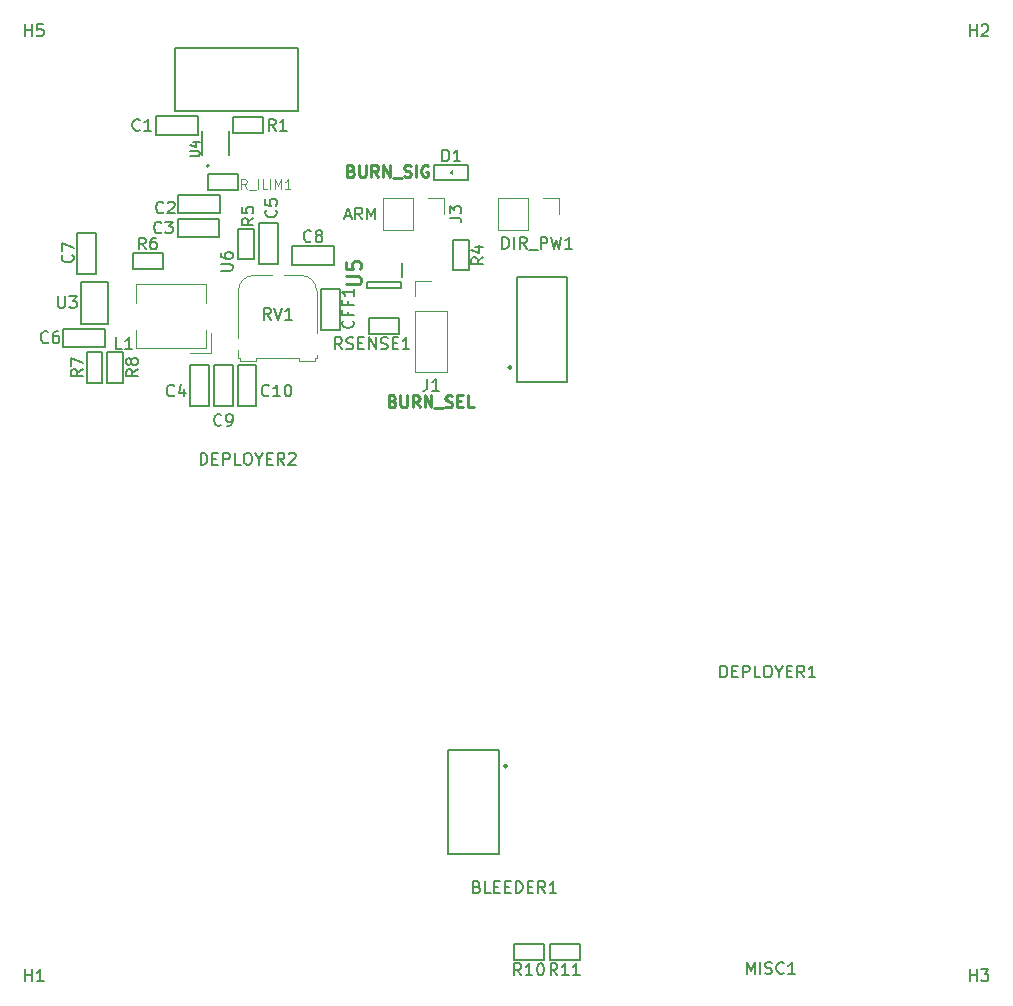
<source format=gbr>
%TF.GenerationSoftware,KiCad,Pcbnew,8.0.4*%
%TF.CreationDate,2024-08-22T00:26:23+05:30*%
%TF.ProjectId,sanket 4.0,73616e6b-6574-4203-942e-302e6b696361,rev?*%
%TF.SameCoordinates,Original*%
%TF.FileFunction,Legend,Top*%
%TF.FilePolarity,Positive*%
%FSLAX46Y46*%
G04 Gerber Fmt 4.6, Leading zero omitted, Abs format (unit mm)*
G04 Created by KiCad (PCBNEW 8.0.4) date 2024-08-22 00:26:23*
%MOMM*%
%LPD*%
G01*
G04 APERTURE LIST*
%ADD10C,0.250000*%
%ADD11C,0.150000*%
%ADD12C,0.254000*%
%ADD13C,0.125000*%
%ADD14C,0.200000*%
%ADD15C,0.120000*%
%ADD16C,0.000000*%
%ADD17C,0.127000*%
G04 APERTURE END LIST*
D10*
X135537001Y-79739409D02*
X135679858Y-79787028D01*
X135679858Y-79787028D02*
X135727477Y-79834647D01*
X135727477Y-79834647D02*
X135775096Y-79929885D01*
X135775096Y-79929885D02*
X135775096Y-80072742D01*
X135775096Y-80072742D02*
X135727477Y-80167980D01*
X135727477Y-80167980D02*
X135679858Y-80215600D01*
X135679858Y-80215600D02*
X135584620Y-80263219D01*
X135584620Y-80263219D02*
X135203668Y-80263219D01*
X135203668Y-80263219D02*
X135203668Y-79263219D01*
X135203668Y-79263219D02*
X135537001Y-79263219D01*
X135537001Y-79263219D02*
X135632239Y-79310838D01*
X135632239Y-79310838D02*
X135679858Y-79358457D01*
X135679858Y-79358457D02*
X135727477Y-79453695D01*
X135727477Y-79453695D02*
X135727477Y-79548933D01*
X135727477Y-79548933D02*
X135679858Y-79644171D01*
X135679858Y-79644171D02*
X135632239Y-79691790D01*
X135632239Y-79691790D02*
X135537001Y-79739409D01*
X135537001Y-79739409D02*
X135203668Y-79739409D01*
X136203668Y-79263219D02*
X136203668Y-80072742D01*
X136203668Y-80072742D02*
X136251287Y-80167980D01*
X136251287Y-80167980D02*
X136298906Y-80215600D01*
X136298906Y-80215600D02*
X136394144Y-80263219D01*
X136394144Y-80263219D02*
X136584620Y-80263219D01*
X136584620Y-80263219D02*
X136679858Y-80215600D01*
X136679858Y-80215600D02*
X136727477Y-80167980D01*
X136727477Y-80167980D02*
X136775096Y-80072742D01*
X136775096Y-80072742D02*
X136775096Y-79263219D01*
X137822715Y-80263219D02*
X137489382Y-79787028D01*
X137251287Y-80263219D02*
X137251287Y-79263219D01*
X137251287Y-79263219D02*
X137632239Y-79263219D01*
X137632239Y-79263219D02*
X137727477Y-79310838D01*
X137727477Y-79310838D02*
X137775096Y-79358457D01*
X137775096Y-79358457D02*
X137822715Y-79453695D01*
X137822715Y-79453695D02*
X137822715Y-79596552D01*
X137822715Y-79596552D02*
X137775096Y-79691790D01*
X137775096Y-79691790D02*
X137727477Y-79739409D01*
X137727477Y-79739409D02*
X137632239Y-79787028D01*
X137632239Y-79787028D02*
X137251287Y-79787028D01*
X138251287Y-80263219D02*
X138251287Y-79263219D01*
X138251287Y-79263219D02*
X138822715Y-80263219D01*
X138822715Y-80263219D02*
X138822715Y-79263219D01*
X139060811Y-80358457D02*
X139822715Y-80358457D01*
X140013192Y-80215600D02*
X140156049Y-80263219D01*
X140156049Y-80263219D02*
X140394144Y-80263219D01*
X140394144Y-80263219D02*
X140489382Y-80215600D01*
X140489382Y-80215600D02*
X140537001Y-80167980D01*
X140537001Y-80167980D02*
X140584620Y-80072742D01*
X140584620Y-80072742D02*
X140584620Y-79977504D01*
X140584620Y-79977504D02*
X140537001Y-79882266D01*
X140537001Y-79882266D02*
X140489382Y-79834647D01*
X140489382Y-79834647D02*
X140394144Y-79787028D01*
X140394144Y-79787028D02*
X140203668Y-79739409D01*
X140203668Y-79739409D02*
X140108430Y-79691790D01*
X140108430Y-79691790D02*
X140060811Y-79644171D01*
X140060811Y-79644171D02*
X140013192Y-79548933D01*
X140013192Y-79548933D02*
X140013192Y-79453695D01*
X140013192Y-79453695D02*
X140060811Y-79358457D01*
X140060811Y-79358457D02*
X140108430Y-79310838D01*
X140108430Y-79310838D02*
X140203668Y-79263219D01*
X140203668Y-79263219D02*
X140441763Y-79263219D01*
X140441763Y-79263219D02*
X140584620Y-79310838D01*
X141013192Y-79739409D02*
X141346525Y-79739409D01*
X141489382Y-80263219D02*
X141013192Y-80263219D01*
X141013192Y-80263219D02*
X141013192Y-79263219D01*
X141013192Y-79263219D02*
X141489382Y-79263219D01*
X142394144Y-80263219D02*
X141917954Y-80263219D01*
X141917954Y-80263219D02*
X141917954Y-79263219D01*
X132037001Y-60239409D02*
X132179858Y-60287028D01*
X132179858Y-60287028D02*
X132227477Y-60334647D01*
X132227477Y-60334647D02*
X132275096Y-60429885D01*
X132275096Y-60429885D02*
X132275096Y-60572742D01*
X132275096Y-60572742D02*
X132227477Y-60667980D01*
X132227477Y-60667980D02*
X132179858Y-60715600D01*
X132179858Y-60715600D02*
X132084620Y-60763219D01*
X132084620Y-60763219D02*
X131703668Y-60763219D01*
X131703668Y-60763219D02*
X131703668Y-59763219D01*
X131703668Y-59763219D02*
X132037001Y-59763219D01*
X132037001Y-59763219D02*
X132132239Y-59810838D01*
X132132239Y-59810838D02*
X132179858Y-59858457D01*
X132179858Y-59858457D02*
X132227477Y-59953695D01*
X132227477Y-59953695D02*
X132227477Y-60048933D01*
X132227477Y-60048933D02*
X132179858Y-60144171D01*
X132179858Y-60144171D02*
X132132239Y-60191790D01*
X132132239Y-60191790D02*
X132037001Y-60239409D01*
X132037001Y-60239409D02*
X131703668Y-60239409D01*
X132703668Y-59763219D02*
X132703668Y-60572742D01*
X132703668Y-60572742D02*
X132751287Y-60667980D01*
X132751287Y-60667980D02*
X132798906Y-60715600D01*
X132798906Y-60715600D02*
X132894144Y-60763219D01*
X132894144Y-60763219D02*
X133084620Y-60763219D01*
X133084620Y-60763219D02*
X133179858Y-60715600D01*
X133179858Y-60715600D02*
X133227477Y-60667980D01*
X133227477Y-60667980D02*
X133275096Y-60572742D01*
X133275096Y-60572742D02*
X133275096Y-59763219D01*
X134322715Y-60763219D02*
X133989382Y-60287028D01*
X133751287Y-60763219D02*
X133751287Y-59763219D01*
X133751287Y-59763219D02*
X134132239Y-59763219D01*
X134132239Y-59763219D02*
X134227477Y-59810838D01*
X134227477Y-59810838D02*
X134275096Y-59858457D01*
X134275096Y-59858457D02*
X134322715Y-59953695D01*
X134322715Y-59953695D02*
X134322715Y-60096552D01*
X134322715Y-60096552D02*
X134275096Y-60191790D01*
X134275096Y-60191790D02*
X134227477Y-60239409D01*
X134227477Y-60239409D02*
X134132239Y-60287028D01*
X134132239Y-60287028D02*
X133751287Y-60287028D01*
X134751287Y-60763219D02*
X134751287Y-59763219D01*
X134751287Y-59763219D02*
X135322715Y-60763219D01*
X135322715Y-60763219D02*
X135322715Y-59763219D01*
X135560811Y-60858457D02*
X136322715Y-60858457D01*
X136513192Y-60715600D02*
X136656049Y-60763219D01*
X136656049Y-60763219D02*
X136894144Y-60763219D01*
X136894144Y-60763219D02*
X136989382Y-60715600D01*
X136989382Y-60715600D02*
X137037001Y-60667980D01*
X137037001Y-60667980D02*
X137084620Y-60572742D01*
X137084620Y-60572742D02*
X137084620Y-60477504D01*
X137084620Y-60477504D02*
X137037001Y-60382266D01*
X137037001Y-60382266D02*
X136989382Y-60334647D01*
X136989382Y-60334647D02*
X136894144Y-60287028D01*
X136894144Y-60287028D02*
X136703668Y-60239409D01*
X136703668Y-60239409D02*
X136608430Y-60191790D01*
X136608430Y-60191790D02*
X136560811Y-60144171D01*
X136560811Y-60144171D02*
X136513192Y-60048933D01*
X136513192Y-60048933D02*
X136513192Y-59953695D01*
X136513192Y-59953695D02*
X136560811Y-59858457D01*
X136560811Y-59858457D02*
X136608430Y-59810838D01*
X136608430Y-59810838D02*
X136703668Y-59763219D01*
X136703668Y-59763219D02*
X136941763Y-59763219D01*
X136941763Y-59763219D02*
X137084620Y-59810838D01*
X137513192Y-60763219D02*
X137513192Y-59763219D01*
X138513191Y-59810838D02*
X138417953Y-59763219D01*
X138417953Y-59763219D02*
X138275096Y-59763219D01*
X138275096Y-59763219D02*
X138132239Y-59810838D01*
X138132239Y-59810838D02*
X138037001Y-59906076D01*
X138037001Y-59906076D02*
X137989382Y-60001314D01*
X137989382Y-60001314D02*
X137941763Y-60191790D01*
X137941763Y-60191790D02*
X137941763Y-60334647D01*
X137941763Y-60334647D02*
X137989382Y-60525123D01*
X137989382Y-60525123D02*
X138037001Y-60620361D01*
X138037001Y-60620361D02*
X138132239Y-60715600D01*
X138132239Y-60715600D02*
X138275096Y-60763219D01*
X138275096Y-60763219D02*
X138370334Y-60763219D01*
X138370334Y-60763219D02*
X138513191Y-60715600D01*
X138513191Y-60715600D02*
X138560810Y-60667980D01*
X138560810Y-60667980D02*
X138560810Y-60334647D01*
X138560810Y-60334647D02*
X138370334Y-60334647D01*
D11*
X165519491Y-128249219D02*
X165519491Y-127249219D01*
X165519491Y-127249219D02*
X165852824Y-127963504D01*
X165852824Y-127963504D02*
X166186157Y-127249219D01*
X166186157Y-127249219D02*
X166186157Y-128249219D01*
X166662348Y-128249219D02*
X166662348Y-127249219D01*
X167090919Y-128201600D02*
X167233776Y-128249219D01*
X167233776Y-128249219D02*
X167471871Y-128249219D01*
X167471871Y-128249219D02*
X167567109Y-128201600D01*
X167567109Y-128201600D02*
X167614728Y-128153980D01*
X167614728Y-128153980D02*
X167662347Y-128058742D01*
X167662347Y-128058742D02*
X167662347Y-127963504D01*
X167662347Y-127963504D02*
X167614728Y-127868266D01*
X167614728Y-127868266D02*
X167567109Y-127820647D01*
X167567109Y-127820647D02*
X167471871Y-127773028D01*
X167471871Y-127773028D02*
X167281395Y-127725409D01*
X167281395Y-127725409D02*
X167186157Y-127677790D01*
X167186157Y-127677790D02*
X167138538Y-127630171D01*
X167138538Y-127630171D02*
X167090919Y-127534933D01*
X167090919Y-127534933D02*
X167090919Y-127439695D01*
X167090919Y-127439695D02*
X167138538Y-127344457D01*
X167138538Y-127344457D02*
X167186157Y-127296838D01*
X167186157Y-127296838D02*
X167281395Y-127249219D01*
X167281395Y-127249219D02*
X167519490Y-127249219D01*
X167519490Y-127249219D02*
X167662347Y-127296838D01*
X168662347Y-128153980D02*
X168614728Y-128201600D01*
X168614728Y-128201600D02*
X168471871Y-128249219D01*
X168471871Y-128249219D02*
X168376633Y-128249219D01*
X168376633Y-128249219D02*
X168233776Y-128201600D01*
X168233776Y-128201600D02*
X168138538Y-128106361D01*
X168138538Y-128106361D02*
X168090919Y-128011123D01*
X168090919Y-128011123D02*
X168043300Y-127820647D01*
X168043300Y-127820647D02*
X168043300Y-127677790D01*
X168043300Y-127677790D02*
X168090919Y-127487314D01*
X168090919Y-127487314D02*
X168138538Y-127392076D01*
X168138538Y-127392076D02*
X168233776Y-127296838D01*
X168233776Y-127296838D02*
X168376633Y-127249219D01*
X168376633Y-127249219D02*
X168471871Y-127249219D01*
X168471871Y-127249219D02*
X168614728Y-127296838D01*
X168614728Y-127296838D02*
X168662347Y-127344457D01*
X169614728Y-128249219D02*
X169043300Y-128249219D01*
X169329014Y-128249219D02*
X169329014Y-127249219D01*
X169329014Y-127249219D02*
X169233776Y-127392076D01*
X169233776Y-127392076D02*
X169138538Y-127487314D01*
X169138538Y-127487314D02*
X169043300Y-127534933D01*
X146433242Y-128353419D02*
X146099909Y-127877228D01*
X145861814Y-128353419D02*
X145861814Y-127353419D01*
X145861814Y-127353419D02*
X146242766Y-127353419D01*
X146242766Y-127353419D02*
X146338004Y-127401038D01*
X146338004Y-127401038D02*
X146385623Y-127448657D01*
X146385623Y-127448657D02*
X146433242Y-127543895D01*
X146433242Y-127543895D02*
X146433242Y-127686752D01*
X146433242Y-127686752D02*
X146385623Y-127781990D01*
X146385623Y-127781990D02*
X146338004Y-127829609D01*
X146338004Y-127829609D02*
X146242766Y-127877228D01*
X146242766Y-127877228D02*
X145861814Y-127877228D01*
X147385623Y-128353419D02*
X146814195Y-128353419D01*
X147099909Y-128353419D02*
X147099909Y-127353419D01*
X147099909Y-127353419D02*
X147004671Y-127496276D01*
X147004671Y-127496276D02*
X146909433Y-127591514D01*
X146909433Y-127591514D02*
X146814195Y-127639133D01*
X148004671Y-127353419D02*
X148099909Y-127353419D01*
X148099909Y-127353419D02*
X148195147Y-127401038D01*
X148195147Y-127401038D02*
X148242766Y-127448657D01*
X148242766Y-127448657D02*
X148290385Y-127543895D01*
X148290385Y-127543895D02*
X148338004Y-127734371D01*
X148338004Y-127734371D02*
X148338004Y-127972466D01*
X148338004Y-127972466D02*
X148290385Y-128162942D01*
X148290385Y-128162942D02*
X148242766Y-128258180D01*
X148242766Y-128258180D02*
X148195147Y-128305800D01*
X148195147Y-128305800D02*
X148099909Y-128353419D01*
X148099909Y-128353419D02*
X148004671Y-128353419D01*
X148004671Y-128353419D02*
X147909433Y-128305800D01*
X147909433Y-128305800D02*
X147861814Y-128258180D01*
X147861814Y-128258180D02*
X147814195Y-128162942D01*
X147814195Y-128162942D02*
X147766576Y-127972466D01*
X147766576Y-127972466D02*
X147766576Y-127734371D01*
X147766576Y-127734371D02*
X147814195Y-127543895D01*
X147814195Y-127543895D02*
X147861814Y-127448657D01*
X147861814Y-127448657D02*
X147909433Y-127401038D01*
X147909433Y-127401038D02*
X148004671Y-127353419D01*
X109305919Y-77065266D02*
X108829728Y-77398599D01*
X109305919Y-77636694D02*
X108305919Y-77636694D01*
X108305919Y-77636694D02*
X108305919Y-77255742D01*
X108305919Y-77255742D02*
X108353538Y-77160504D01*
X108353538Y-77160504D02*
X108401157Y-77112885D01*
X108401157Y-77112885D02*
X108496395Y-77065266D01*
X108496395Y-77065266D02*
X108639252Y-77065266D01*
X108639252Y-77065266D02*
X108734490Y-77112885D01*
X108734490Y-77112885D02*
X108782109Y-77160504D01*
X108782109Y-77160504D02*
X108829728Y-77255742D01*
X108829728Y-77255742D02*
X108829728Y-77636694D01*
X108305919Y-76731932D02*
X108305919Y-76065266D01*
X108305919Y-76065266D02*
X109305919Y-76493837D01*
X104419995Y-128853419D02*
X104419995Y-127853419D01*
X104419995Y-128329609D02*
X104991423Y-128329609D01*
X104991423Y-128853419D02*
X104991423Y-127853419D01*
X105991423Y-128853419D02*
X105419995Y-128853419D01*
X105705709Y-128853419D02*
X105705709Y-127853419D01*
X105705709Y-127853419D02*
X105610471Y-127996276D01*
X105610471Y-127996276D02*
X105515233Y-128091514D01*
X105515233Y-128091514D02*
X105419995Y-128139133D01*
X132160680Y-72922409D02*
X132208300Y-72970028D01*
X132208300Y-72970028D02*
X132255919Y-73112885D01*
X132255919Y-73112885D02*
X132255919Y-73208123D01*
X132255919Y-73208123D02*
X132208300Y-73350980D01*
X132208300Y-73350980D02*
X132113061Y-73446218D01*
X132113061Y-73446218D02*
X132017823Y-73493837D01*
X132017823Y-73493837D02*
X131827347Y-73541456D01*
X131827347Y-73541456D02*
X131684490Y-73541456D01*
X131684490Y-73541456D02*
X131494014Y-73493837D01*
X131494014Y-73493837D02*
X131398776Y-73446218D01*
X131398776Y-73446218D02*
X131303538Y-73350980D01*
X131303538Y-73350980D02*
X131255919Y-73208123D01*
X131255919Y-73208123D02*
X131255919Y-73112885D01*
X131255919Y-73112885D02*
X131303538Y-72970028D01*
X131303538Y-72970028D02*
X131351157Y-72922409D01*
X131732109Y-72160504D02*
X131732109Y-72493837D01*
X132255919Y-72493837D02*
X131255919Y-72493837D01*
X131255919Y-72493837D02*
X131255919Y-72017647D01*
X131732109Y-71303361D02*
X131732109Y-71636694D01*
X132255919Y-71636694D02*
X131255919Y-71636694D01*
X131255919Y-71636694D02*
X131255919Y-71160504D01*
X132255919Y-70255742D02*
X132255919Y-70827170D01*
X132255919Y-70541456D02*
X131255919Y-70541456D01*
X131255919Y-70541456D02*
X131398776Y-70636694D01*
X131398776Y-70636694D02*
X131494014Y-70731932D01*
X131494014Y-70731932D02*
X131541633Y-70827170D01*
X142688613Y-120862369D02*
X142831470Y-120909988D01*
X142831470Y-120909988D02*
X142879089Y-120957607D01*
X142879089Y-120957607D02*
X142926708Y-121052845D01*
X142926708Y-121052845D02*
X142926708Y-121195702D01*
X142926708Y-121195702D02*
X142879089Y-121290940D01*
X142879089Y-121290940D02*
X142831470Y-121338560D01*
X142831470Y-121338560D02*
X142736232Y-121386179D01*
X142736232Y-121386179D02*
X142355280Y-121386179D01*
X142355280Y-121386179D02*
X142355280Y-120386179D01*
X142355280Y-120386179D02*
X142688613Y-120386179D01*
X142688613Y-120386179D02*
X142783851Y-120433798D01*
X142783851Y-120433798D02*
X142831470Y-120481417D01*
X142831470Y-120481417D02*
X142879089Y-120576655D01*
X142879089Y-120576655D02*
X142879089Y-120671893D01*
X142879089Y-120671893D02*
X142831470Y-120767131D01*
X142831470Y-120767131D02*
X142783851Y-120814750D01*
X142783851Y-120814750D02*
X142688613Y-120862369D01*
X142688613Y-120862369D02*
X142355280Y-120862369D01*
X143831470Y-121386179D02*
X143355280Y-121386179D01*
X143355280Y-121386179D02*
X143355280Y-120386179D01*
X144164804Y-120862369D02*
X144498137Y-120862369D01*
X144640994Y-121386179D02*
X144164804Y-121386179D01*
X144164804Y-121386179D02*
X144164804Y-120386179D01*
X144164804Y-120386179D02*
X144640994Y-120386179D01*
X145069566Y-120862369D02*
X145402899Y-120862369D01*
X145545756Y-121386179D02*
X145069566Y-121386179D01*
X145069566Y-121386179D02*
X145069566Y-120386179D01*
X145069566Y-120386179D02*
X145545756Y-120386179D01*
X145974328Y-121386179D02*
X145974328Y-120386179D01*
X145974328Y-120386179D02*
X146212423Y-120386179D01*
X146212423Y-120386179D02*
X146355280Y-120433798D01*
X146355280Y-120433798D02*
X146450518Y-120529036D01*
X146450518Y-120529036D02*
X146498137Y-120624274D01*
X146498137Y-120624274D02*
X146545756Y-120814750D01*
X146545756Y-120814750D02*
X146545756Y-120957607D01*
X146545756Y-120957607D02*
X146498137Y-121148083D01*
X146498137Y-121148083D02*
X146450518Y-121243321D01*
X146450518Y-121243321D02*
X146355280Y-121338560D01*
X146355280Y-121338560D02*
X146212423Y-121386179D01*
X146212423Y-121386179D02*
X145974328Y-121386179D01*
X146974328Y-120862369D02*
X147307661Y-120862369D01*
X147450518Y-121386179D02*
X146974328Y-121386179D01*
X146974328Y-121386179D02*
X146974328Y-120386179D01*
X146974328Y-120386179D02*
X147450518Y-120386179D01*
X148450518Y-121386179D02*
X148117185Y-120909988D01*
X147879090Y-121386179D02*
X147879090Y-120386179D01*
X147879090Y-120386179D02*
X148260042Y-120386179D01*
X148260042Y-120386179D02*
X148355280Y-120433798D01*
X148355280Y-120433798D02*
X148402899Y-120481417D01*
X148402899Y-120481417D02*
X148450518Y-120576655D01*
X148450518Y-120576655D02*
X148450518Y-120719512D01*
X148450518Y-120719512D02*
X148402899Y-120814750D01*
X148402899Y-120814750D02*
X148355280Y-120862369D01*
X148355280Y-120862369D02*
X148260042Y-120909988D01*
X148260042Y-120909988D02*
X147879090Y-120909988D01*
X149402899Y-121386179D02*
X148831471Y-121386179D01*
X149117185Y-121386179D02*
X149117185Y-120386179D01*
X149117185Y-120386179D02*
X149021947Y-120529036D01*
X149021947Y-120529036D02*
X148926709Y-120624274D01*
X148926709Y-120624274D02*
X148831471Y-120671893D01*
X143205919Y-67565266D02*
X142729728Y-67898599D01*
X143205919Y-68136694D02*
X142205919Y-68136694D01*
X142205919Y-68136694D02*
X142205919Y-67755742D01*
X142205919Y-67755742D02*
X142253538Y-67660504D01*
X142253538Y-67660504D02*
X142301157Y-67612885D01*
X142301157Y-67612885D02*
X142396395Y-67565266D01*
X142396395Y-67565266D02*
X142539252Y-67565266D01*
X142539252Y-67565266D02*
X142634490Y-67612885D01*
X142634490Y-67612885D02*
X142682109Y-67660504D01*
X142682109Y-67660504D02*
X142729728Y-67755742D01*
X142729728Y-67755742D02*
X142729728Y-68136694D01*
X142539252Y-66708123D02*
X143205919Y-66708123D01*
X142158300Y-66946218D02*
X142872585Y-67184313D01*
X142872585Y-67184313D02*
X142872585Y-66565266D01*
D12*
X131605418Y-69866219D02*
X132633513Y-69866219D01*
X132633513Y-69866219D02*
X132754465Y-69805742D01*
X132754465Y-69805742D02*
X132814942Y-69745266D01*
X132814942Y-69745266D02*
X132875418Y-69624314D01*
X132875418Y-69624314D02*
X132875418Y-69382409D01*
X132875418Y-69382409D02*
X132814942Y-69261457D01*
X132814942Y-69261457D02*
X132754465Y-69200980D01*
X132754465Y-69200980D02*
X132633513Y-69140504D01*
X132633513Y-69140504D02*
X131605418Y-69140504D01*
X131605418Y-67930981D02*
X131605418Y-68535743D01*
X131605418Y-68535743D02*
X132210180Y-68596219D01*
X132210180Y-68596219D02*
X132149703Y-68535743D01*
X132149703Y-68535743D02*
X132089227Y-68414790D01*
X132089227Y-68414790D02*
X132089227Y-68112409D01*
X132089227Y-68112409D02*
X132149703Y-67991457D01*
X132149703Y-67991457D02*
X132210180Y-67930981D01*
X132210180Y-67930981D02*
X132331132Y-67870504D01*
X132331132Y-67870504D02*
X132633513Y-67870504D01*
X132633513Y-67870504D02*
X132754465Y-67930981D01*
X132754465Y-67930981D02*
X132814942Y-67991457D01*
X132814942Y-67991457D02*
X132875418Y-68112409D01*
X132875418Y-68112409D02*
X132875418Y-68414790D01*
X132875418Y-68414790D02*
X132814942Y-68535743D01*
X132814942Y-68535743D02*
X132754465Y-68596219D01*
D11*
X117048024Y-79258180D02*
X117000405Y-79305800D01*
X117000405Y-79305800D02*
X116857548Y-79353419D01*
X116857548Y-79353419D02*
X116762310Y-79353419D01*
X116762310Y-79353419D02*
X116619453Y-79305800D01*
X116619453Y-79305800D02*
X116524215Y-79210561D01*
X116524215Y-79210561D02*
X116476596Y-79115323D01*
X116476596Y-79115323D02*
X116428977Y-78924847D01*
X116428977Y-78924847D02*
X116428977Y-78781990D01*
X116428977Y-78781990D02*
X116476596Y-78591514D01*
X116476596Y-78591514D02*
X116524215Y-78496276D01*
X116524215Y-78496276D02*
X116619453Y-78401038D01*
X116619453Y-78401038D02*
X116762310Y-78353419D01*
X116762310Y-78353419D02*
X116857548Y-78353419D01*
X116857548Y-78353419D02*
X117000405Y-78401038D01*
X117000405Y-78401038D02*
X117048024Y-78448657D01*
X117905167Y-78686752D02*
X117905167Y-79353419D01*
X117667072Y-78305800D02*
X117428977Y-79020085D01*
X117428977Y-79020085D02*
X118048024Y-79020085D01*
X131253480Y-75353419D02*
X130920147Y-74877228D01*
X130682052Y-75353419D02*
X130682052Y-74353419D01*
X130682052Y-74353419D02*
X131063004Y-74353419D01*
X131063004Y-74353419D02*
X131158242Y-74401038D01*
X131158242Y-74401038D02*
X131205861Y-74448657D01*
X131205861Y-74448657D02*
X131253480Y-74543895D01*
X131253480Y-74543895D02*
X131253480Y-74686752D01*
X131253480Y-74686752D02*
X131205861Y-74781990D01*
X131205861Y-74781990D02*
X131158242Y-74829609D01*
X131158242Y-74829609D02*
X131063004Y-74877228D01*
X131063004Y-74877228D02*
X130682052Y-74877228D01*
X131634433Y-75305800D02*
X131777290Y-75353419D01*
X131777290Y-75353419D02*
X132015385Y-75353419D01*
X132015385Y-75353419D02*
X132110623Y-75305800D01*
X132110623Y-75305800D02*
X132158242Y-75258180D01*
X132158242Y-75258180D02*
X132205861Y-75162942D01*
X132205861Y-75162942D02*
X132205861Y-75067704D01*
X132205861Y-75067704D02*
X132158242Y-74972466D01*
X132158242Y-74972466D02*
X132110623Y-74924847D01*
X132110623Y-74924847D02*
X132015385Y-74877228D01*
X132015385Y-74877228D02*
X131824909Y-74829609D01*
X131824909Y-74829609D02*
X131729671Y-74781990D01*
X131729671Y-74781990D02*
X131682052Y-74734371D01*
X131682052Y-74734371D02*
X131634433Y-74639133D01*
X131634433Y-74639133D02*
X131634433Y-74543895D01*
X131634433Y-74543895D02*
X131682052Y-74448657D01*
X131682052Y-74448657D02*
X131729671Y-74401038D01*
X131729671Y-74401038D02*
X131824909Y-74353419D01*
X131824909Y-74353419D02*
X132063004Y-74353419D01*
X132063004Y-74353419D02*
X132205861Y-74401038D01*
X132634433Y-74829609D02*
X132967766Y-74829609D01*
X133110623Y-75353419D02*
X132634433Y-75353419D01*
X132634433Y-75353419D02*
X132634433Y-74353419D01*
X132634433Y-74353419D02*
X133110623Y-74353419D01*
X133539195Y-75353419D02*
X133539195Y-74353419D01*
X133539195Y-74353419D02*
X134110623Y-75353419D01*
X134110623Y-75353419D02*
X134110623Y-74353419D01*
X134539195Y-75305800D02*
X134682052Y-75353419D01*
X134682052Y-75353419D02*
X134920147Y-75353419D01*
X134920147Y-75353419D02*
X135015385Y-75305800D01*
X135015385Y-75305800D02*
X135063004Y-75258180D01*
X135063004Y-75258180D02*
X135110623Y-75162942D01*
X135110623Y-75162942D02*
X135110623Y-75067704D01*
X135110623Y-75067704D02*
X135063004Y-74972466D01*
X135063004Y-74972466D02*
X135015385Y-74924847D01*
X135015385Y-74924847D02*
X134920147Y-74877228D01*
X134920147Y-74877228D02*
X134729671Y-74829609D01*
X134729671Y-74829609D02*
X134634433Y-74781990D01*
X134634433Y-74781990D02*
X134586814Y-74734371D01*
X134586814Y-74734371D02*
X134539195Y-74639133D01*
X134539195Y-74639133D02*
X134539195Y-74543895D01*
X134539195Y-74543895D02*
X134586814Y-74448657D01*
X134586814Y-74448657D02*
X134634433Y-74401038D01*
X134634433Y-74401038D02*
X134729671Y-74353419D01*
X134729671Y-74353419D02*
X134967766Y-74353419D01*
X134967766Y-74353419D02*
X135110623Y-74401038D01*
X135539195Y-74829609D02*
X135872528Y-74829609D01*
X136015385Y-75353419D02*
X135539195Y-75353419D01*
X135539195Y-75353419D02*
X135539195Y-74353419D01*
X135539195Y-74353419D02*
X136015385Y-74353419D01*
X136967766Y-75353419D02*
X136396338Y-75353419D01*
X136682052Y-75353419D02*
X136682052Y-74353419D01*
X136682052Y-74353419D02*
X136586814Y-74496276D01*
X136586814Y-74496276D02*
X136491576Y-74591514D01*
X136491576Y-74591514D02*
X136396338Y-74639133D01*
X184419995Y-48853419D02*
X184419995Y-47853419D01*
X184419995Y-48329609D02*
X184991423Y-48329609D01*
X184991423Y-48853419D02*
X184991423Y-47853419D01*
X185419995Y-47948657D02*
X185467614Y-47901038D01*
X185467614Y-47901038D02*
X185562852Y-47853419D01*
X185562852Y-47853419D02*
X185800947Y-47853419D01*
X185800947Y-47853419D02*
X185896185Y-47901038D01*
X185896185Y-47901038D02*
X185943804Y-47948657D01*
X185943804Y-47948657D02*
X185991423Y-48043895D01*
X185991423Y-48043895D02*
X185991423Y-48139133D01*
X185991423Y-48139133D02*
X185943804Y-48281990D01*
X185943804Y-48281990D02*
X185372376Y-48853419D01*
X185372376Y-48853419D02*
X185991423Y-48853419D01*
X112634433Y-75353419D02*
X112158243Y-75353419D01*
X112158243Y-75353419D02*
X112158243Y-74353419D01*
X113491576Y-75353419D02*
X112920148Y-75353419D01*
X113205862Y-75353419D02*
X113205862Y-74353419D01*
X113205862Y-74353419D02*
X113110624Y-74496276D01*
X113110624Y-74496276D02*
X113015386Y-74591514D01*
X113015386Y-74591514D02*
X112920148Y-74639133D01*
X140360919Y-64231933D02*
X141075204Y-64231933D01*
X141075204Y-64231933D02*
X141218061Y-64279552D01*
X141218061Y-64279552D02*
X141313300Y-64374790D01*
X141313300Y-64374790D02*
X141360919Y-64517647D01*
X141360919Y-64517647D02*
X141360919Y-64612885D01*
X140360919Y-63850980D02*
X140360919Y-63231933D01*
X140360919Y-63231933D02*
X140741871Y-63565266D01*
X140741871Y-63565266D02*
X140741871Y-63422409D01*
X140741871Y-63422409D02*
X140789490Y-63327171D01*
X140789490Y-63327171D02*
X140837109Y-63279552D01*
X140837109Y-63279552D02*
X140932347Y-63231933D01*
X140932347Y-63231933D02*
X141170442Y-63231933D01*
X141170442Y-63231933D02*
X141265680Y-63279552D01*
X141265680Y-63279552D02*
X141313300Y-63327171D01*
X141313300Y-63327171D02*
X141360919Y-63422409D01*
X141360919Y-63422409D02*
X141360919Y-63708123D01*
X141360919Y-63708123D02*
X141313300Y-63803361D01*
X141313300Y-63803361D02*
X141265680Y-63850980D01*
X131491576Y-64067704D02*
X131967766Y-64067704D01*
X131396338Y-64353419D02*
X131729671Y-63353419D01*
X131729671Y-63353419D02*
X132063004Y-64353419D01*
X132967766Y-64353419D02*
X132634433Y-63877228D01*
X132396338Y-64353419D02*
X132396338Y-63353419D01*
X132396338Y-63353419D02*
X132777290Y-63353419D01*
X132777290Y-63353419D02*
X132872528Y-63401038D01*
X132872528Y-63401038D02*
X132920147Y-63448657D01*
X132920147Y-63448657D02*
X132967766Y-63543895D01*
X132967766Y-63543895D02*
X132967766Y-63686752D01*
X132967766Y-63686752D02*
X132920147Y-63781990D01*
X132920147Y-63781990D02*
X132872528Y-63829609D01*
X132872528Y-63829609D02*
X132777290Y-63877228D01*
X132777290Y-63877228D02*
X132396338Y-63877228D01*
X133396338Y-64353419D02*
X133396338Y-63353419D01*
X133396338Y-63353419D02*
X133729671Y-64067704D01*
X133729671Y-64067704D02*
X134063004Y-63353419D01*
X134063004Y-63353419D02*
X134063004Y-64353419D01*
X115963503Y-65448155D02*
X115915884Y-65495775D01*
X115915884Y-65495775D02*
X115773027Y-65543394D01*
X115773027Y-65543394D02*
X115677789Y-65543394D01*
X115677789Y-65543394D02*
X115534932Y-65495775D01*
X115534932Y-65495775D02*
X115439694Y-65400536D01*
X115439694Y-65400536D02*
X115392075Y-65305298D01*
X115392075Y-65305298D02*
X115344456Y-65114822D01*
X115344456Y-65114822D02*
X115344456Y-64971965D01*
X115344456Y-64971965D02*
X115392075Y-64781489D01*
X115392075Y-64781489D02*
X115439694Y-64686251D01*
X115439694Y-64686251D02*
X115534932Y-64591013D01*
X115534932Y-64591013D02*
X115677789Y-64543394D01*
X115677789Y-64543394D02*
X115773027Y-64543394D01*
X115773027Y-64543394D02*
X115915884Y-64591013D01*
X115915884Y-64591013D02*
X115963503Y-64638632D01*
X116296837Y-64543394D02*
X116915884Y-64543394D01*
X116915884Y-64543394D02*
X116582551Y-64924346D01*
X116582551Y-64924346D02*
X116725408Y-64924346D01*
X116725408Y-64924346D02*
X116820646Y-64971965D01*
X116820646Y-64971965D02*
X116868265Y-65019584D01*
X116868265Y-65019584D02*
X116915884Y-65114822D01*
X116915884Y-65114822D02*
X116915884Y-65352917D01*
X116915884Y-65352917D02*
X116868265Y-65448155D01*
X116868265Y-65448155D02*
X116820646Y-65495775D01*
X116820646Y-65495775D02*
X116725408Y-65543394D01*
X116725408Y-65543394D02*
X116439694Y-65543394D01*
X116439694Y-65543394D02*
X116344456Y-65495775D01*
X116344456Y-65495775D02*
X116296837Y-65448155D01*
X108433291Y-67388390D02*
X108480911Y-67436009D01*
X108480911Y-67436009D02*
X108528530Y-67578866D01*
X108528530Y-67578866D02*
X108528530Y-67674104D01*
X108528530Y-67674104D02*
X108480911Y-67816961D01*
X108480911Y-67816961D02*
X108385672Y-67912199D01*
X108385672Y-67912199D02*
X108290434Y-67959818D01*
X108290434Y-67959818D02*
X108099958Y-68007437D01*
X108099958Y-68007437D02*
X107957101Y-68007437D01*
X107957101Y-68007437D02*
X107766625Y-67959818D01*
X107766625Y-67959818D02*
X107671387Y-67912199D01*
X107671387Y-67912199D02*
X107576149Y-67816961D01*
X107576149Y-67816961D02*
X107528530Y-67674104D01*
X107528530Y-67674104D02*
X107528530Y-67578866D01*
X107528530Y-67578866D02*
X107576149Y-67436009D01*
X107576149Y-67436009D02*
X107623768Y-67388390D01*
X107528530Y-67055056D02*
X107528530Y-66388390D01*
X107528530Y-66388390D02*
X108528530Y-66816961D01*
D13*
X123201100Y-61762195D02*
X122934433Y-61381242D01*
X122743957Y-61762195D02*
X122743957Y-60962195D01*
X122743957Y-60962195D02*
X123048719Y-60962195D01*
X123048719Y-60962195D02*
X123124909Y-61000290D01*
X123124909Y-61000290D02*
X123163004Y-61038385D01*
X123163004Y-61038385D02*
X123201100Y-61114576D01*
X123201100Y-61114576D02*
X123201100Y-61228861D01*
X123201100Y-61228861D02*
X123163004Y-61305052D01*
X123163004Y-61305052D02*
X123124909Y-61343147D01*
X123124909Y-61343147D02*
X123048719Y-61381242D01*
X123048719Y-61381242D02*
X122743957Y-61381242D01*
X123353481Y-61838385D02*
X123963004Y-61838385D01*
X124153481Y-61762195D02*
X124153481Y-60962195D01*
X124915385Y-61762195D02*
X124534433Y-61762195D01*
X124534433Y-61762195D02*
X124534433Y-60962195D01*
X125182052Y-61762195D02*
X125182052Y-60962195D01*
X125563004Y-61762195D02*
X125563004Y-60962195D01*
X125563004Y-60962195D02*
X125829670Y-61533623D01*
X125829670Y-61533623D02*
X126096337Y-60962195D01*
X126096337Y-60962195D02*
X126096337Y-61762195D01*
X126896337Y-61762195D02*
X126439194Y-61762195D01*
X126667766Y-61762195D02*
X126667766Y-60962195D01*
X126667766Y-60962195D02*
X126591575Y-61076480D01*
X126591575Y-61076480D02*
X126515385Y-61152671D01*
X126515385Y-61152671D02*
X126439194Y-61190766D01*
D11*
X123752933Y-64239925D02*
X123276742Y-64573258D01*
X123752933Y-64811353D02*
X122752933Y-64811353D01*
X122752933Y-64811353D02*
X122752933Y-64430401D01*
X122752933Y-64430401D02*
X122800552Y-64335163D01*
X122800552Y-64335163D02*
X122848171Y-64287544D01*
X122848171Y-64287544D02*
X122943409Y-64239925D01*
X122943409Y-64239925D02*
X123086266Y-64239925D01*
X123086266Y-64239925D02*
X123181504Y-64287544D01*
X123181504Y-64287544D02*
X123229123Y-64335163D01*
X123229123Y-64335163D02*
X123276742Y-64430401D01*
X123276742Y-64430401D02*
X123276742Y-64811353D01*
X122752933Y-63335163D02*
X122752933Y-63811353D01*
X122752933Y-63811353D02*
X123229123Y-63858972D01*
X123229123Y-63858972D02*
X123181504Y-63811353D01*
X123181504Y-63811353D02*
X123133885Y-63716115D01*
X123133885Y-63716115D02*
X123133885Y-63478020D01*
X123133885Y-63478020D02*
X123181504Y-63382782D01*
X123181504Y-63382782D02*
X123229123Y-63335163D01*
X123229123Y-63335163D02*
X123324361Y-63287544D01*
X123324361Y-63287544D02*
X123562456Y-63287544D01*
X123562456Y-63287544D02*
X123657694Y-63335163D01*
X123657694Y-63335163D02*
X123705314Y-63382782D01*
X123705314Y-63382782D02*
X123752933Y-63478020D01*
X123752933Y-63478020D02*
X123752933Y-63716115D01*
X123752933Y-63716115D02*
X123705314Y-63811353D01*
X123705314Y-63811353D02*
X123657694Y-63858972D01*
X107219514Y-70863802D02*
X107219514Y-71673325D01*
X107219514Y-71673325D02*
X107267133Y-71768563D01*
X107267133Y-71768563D02*
X107314752Y-71816183D01*
X107314752Y-71816183D02*
X107409990Y-71863802D01*
X107409990Y-71863802D02*
X107600466Y-71863802D01*
X107600466Y-71863802D02*
X107695704Y-71816183D01*
X107695704Y-71816183D02*
X107743323Y-71768563D01*
X107743323Y-71768563D02*
X107790942Y-71673325D01*
X107790942Y-71673325D02*
X107790942Y-70863802D01*
X108171895Y-70863802D02*
X108790942Y-70863802D01*
X108790942Y-70863802D02*
X108457609Y-71244754D01*
X108457609Y-71244754D02*
X108600466Y-71244754D01*
X108600466Y-71244754D02*
X108695704Y-71292373D01*
X108695704Y-71292373D02*
X108743323Y-71339992D01*
X108743323Y-71339992D02*
X108790942Y-71435230D01*
X108790942Y-71435230D02*
X108790942Y-71673325D01*
X108790942Y-71673325D02*
X108743323Y-71768563D01*
X108743323Y-71768563D02*
X108695704Y-71816183D01*
X108695704Y-71816183D02*
X108600466Y-71863802D01*
X108600466Y-71863802D02*
X108314752Y-71863802D01*
X108314752Y-71863802D02*
X108219514Y-71816183D01*
X108219514Y-71816183D02*
X108171895Y-71768563D01*
X149484312Y-128353419D02*
X149150979Y-127877228D01*
X148912884Y-128353419D02*
X148912884Y-127353419D01*
X148912884Y-127353419D02*
X149293836Y-127353419D01*
X149293836Y-127353419D02*
X149389074Y-127401038D01*
X149389074Y-127401038D02*
X149436693Y-127448657D01*
X149436693Y-127448657D02*
X149484312Y-127543895D01*
X149484312Y-127543895D02*
X149484312Y-127686752D01*
X149484312Y-127686752D02*
X149436693Y-127781990D01*
X149436693Y-127781990D02*
X149389074Y-127829609D01*
X149389074Y-127829609D02*
X149293836Y-127877228D01*
X149293836Y-127877228D02*
X148912884Y-127877228D01*
X150436693Y-128353419D02*
X149865265Y-128353419D01*
X150150979Y-128353419D02*
X150150979Y-127353419D01*
X150150979Y-127353419D02*
X150055741Y-127496276D01*
X150055741Y-127496276D02*
X149960503Y-127591514D01*
X149960503Y-127591514D02*
X149865265Y-127639133D01*
X151389074Y-128353419D02*
X150817646Y-128353419D01*
X151103360Y-128353419D02*
X151103360Y-127353419D01*
X151103360Y-127353419D02*
X151008122Y-127496276D01*
X151008122Y-127496276D02*
X150912884Y-127591514D01*
X150912884Y-127591514D02*
X150817646Y-127639133D01*
X139758005Y-59443419D02*
X139758005Y-58443419D01*
X139758005Y-58443419D02*
X139996100Y-58443419D01*
X139996100Y-58443419D02*
X140138957Y-58491038D01*
X140138957Y-58491038D02*
X140234195Y-58586276D01*
X140234195Y-58586276D02*
X140281814Y-58681514D01*
X140281814Y-58681514D02*
X140329433Y-58871990D01*
X140329433Y-58871990D02*
X140329433Y-59014847D01*
X140329433Y-59014847D02*
X140281814Y-59205323D01*
X140281814Y-59205323D02*
X140234195Y-59300561D01*
X140234195Y-59300561D02*
X140138957Y-59395800D01*
X140138957Y-59395800D02*
X139996100Y-59443419D01*
X139996100Y-59443419D02*
X139758005Y-59443419D01*
X141281814Y-59443419D02*
X140710386Y-59443419D01*
X140996100Y-59443419D02*
X140996100Y-58443419D01*
X140996100Y-58443419D02*
X140900862Y-58586276D01*
X140900862Y-58586276D02*
X140805624Y-58681514D01*
X140805624Y-58681514D02*
X140710386Y-58729133D01*
X106381867Y-74741787D02*
X106334248Y-74789407D01*
X106334248Y-74789407D02*
X106191391Y-74837026D01*
X106191391Y-74837026D02*
X106096153Y-74837026D01*
X106096153Y-74837026D02*
X105953296Y-74789407D01*
X105953296Y-74789407D02*
X105858058Y-74694168D01*
X105858058Y-74694168D02*
X105810439Y-74598930D01*
X105810439Y-74598930D02*
X105762820Y-74408454D01*
X105762820Y-74408454D02*
X105762820Y-74265597D01*
X105762820Y-74265597D02*
X105810439Y-74075121D01*
X105810439Y-74075121D02*
X105858058Y-73979883D01*
X105858058Y-73979883D02*
X105953296Y-73884645D01*
X105953296Y-73884645D02*
X106096153Y-73837026D01*
X106096153Y-73837026D02*
X106191391Y-73837026D01*
X106191391Y-73837026D02*
X106334248Y-73884645D01*
X106334248Y-73884645D02*
X106381867Y-73932264D01*
X107239010Y-73837026D02*
X107048534Y-73837026D01*
X107048534Y-73837026D02*
X106953296Y-73884645D01*
X106953296Y-73884645D02*
X106905677Y-73932264D01*
X106905677Y-73932264D02*
X106810439Y-74075121D01*
X106810439Y-74075121D02*
X106762820Y-74265597D01*
X106762820Y-74265597D02*
X106762820Y-74646549D01*
X106762820Y-74646549D02*
X106810439Y-74741787D01*
X106810439Y-74741787D02*
X106858058Y-74789407D01*
X106858058Y-74789407D02*
X106953296Y-74837026D01*
X106953296Y-74837026D02*
X107143772Y-74837026D01*
X107143772Y-74837026D02*
X107239010Y-74789407D01*
X107239010Y-74789407D02*
X107286629Y-74741787D01*
X107286629Y-74741787D02*
X107334248Y-74646549D01*
X107334248Y-74646549D02*
X107334248Y-74408454D01*
X107334248Y-74408454D02*
X107286629Y-74313216D01*
X107286629Y-74313216D02*
X107239010Y-74265597D01*
X107239010Y-74265597D02*
X107143772Y-74217978D01*
X107143772Y-74217978D02*
X106953296Y-74217978D01*
X106953296Y-74217978D02*
X106858058Y-74265597D01*
X106858058Y-74265597D02*
X106810439Y-74313216D01*
X106810439Y-74313216D02*
X106762820Y-74408454D01*
X125634433Y-56853419D02*
X125301100Y-56377228D01*
X125063005Y-56853419D02*
X125063005Y-55853419D01*
X125063005Y-55853419D02*
X125443957Y-55853419D01*
X125443957Y-55853419D02*
X125539195Y-55901038D01*
X125539195Y-55901038D02*
X125586814Y-55948657D01*
X125586814Y-55948657D02*
X125634433Y-56043895D01*
X125634433Y-56043895D02*
X125634433Y-56186752D01*
X125634433Y-56186752D02*
X125586814Y-56281990D01*
X125586814Y-56281990D02*
X125539195Y-56329609D01*
X125539195Y-56329609D02*
X125443957Y-56377228D01*
X125443957Y-56377228D02*
X125063005Y-56377228D01*
X126586814Y-56853419D02*
X126015386Y-56853419D01*
X126301100Y-56853419D02*
X126301100Y-55853419D01*
X126301100Y-55853419D02*
X126205862Y-55996276D01*
X126205862Y-55996276D02*
X126110624Y-56091514D01*
X126110624Y-56091514D02*
X126015386Y-56139133D01*
X121048024Y-81758180D02*
X121000405Y-81805800D01*
X121000405Y-81805800D02*
X120857548Y-81853419D01*
X120857548Y-81853419D02*
X120762310Y-81853419D01*
X120762310Y-81853419D02*
X120619453Y-81805800D01*
X120619453Y-81805800D02*
X120524215Y-81710561D01*
X120524215Y-81710561D02*
X120476596Y-81615323D01*
X120476596Y-81615323D02*
X120428977Y-81424847D01*
X120428977Y-81424847D02*
X120428977Y-81281990D01*
X120428977Y-81281990D02*
X120476596Y-81091514D01*
X120476596Y-81091514D02*
X120524215Y-80996276D01*
X120524215Y-80996276D02*
X120619453Y-80901038D01*
X120619453Y-80901038D02*
X120762310Y-80853419D01*
X120762310Y-80853419D02*
X120857548Y-80853419D01*
X120857548Y-80853419D02*
X121000405Y-80901038D01*
X121000405Y-80901038D02*
X121048024Y-80948657D01*
X121524215Y-81853419D02*
X121714691Y-81853419D01*
X121714691Y-81853419D02*
X121809929Y-81805800D01*
X121809929Y-81805800D02*
X121857548Y-81758180D01*
X121857548Y-81758180D02*
X121952786Y-81615323D01*
X121952786Y-81615323D02*
X122000405Y-81424847D01*
X122000405Y-81424847D02*
X122000405Y-81043895D01*
X122000405Y-81043895D02*
X121952786Y-80948657D01*
X121952786Y-80948657D02*
X121905167Y-80901038D01*
X121905167Y-80901038D02*
X121809929Y-80853419D01*
X121809929Y-80853419D02*
X121619453Y-80853419D01*
X121619453Y-80853419D02*
X121524215Y-80901038D01*
X121524215Y-80901038D02*
X121476596Y-80948657D01*
X121476596Y-80948657D02*
X121428977Y-81043895D01*
X121428977Y-81043895D02*
X121428977Y-81281990D01*
X121428977Y-81281990D02*
X121476596Y-81377228D01*
X121476596Y-81377228D02*
X121524215Y-81424847D01*
X121524215Y-81424847D02*
X121619453Y-81472466D01*
X121619453Y-81472466D02*
X121809929Y-81472466D01*
X121809929Y-81472466D02*
X121905167Y-81424847D01*
X121905167Y-81424847D02*
X121952786Y-81377228D01*
X121952786Y-81377228D02*
X122000405Y-81281990D01*
X114634433Y-66903419D02*
X114301100Y-66427228D01*
X114063005Y-66903419D02*
X114063005Y-65903419D01*
X114063005Y-65903419D02*
X114443957Y-65903419D01*
X114443957Y-65903419D02*
X114539195Y-65951038D01*
X114539195Y-65951038D02*
X114586814Y-65998657D01*
X114586814Y-65998657D02*
X114634433Y-66093895D01*
X114634433Y-66093895D02*
X114634433Y-66236752D01*
X114634433Y-66236752D02*
X114586814Y-66331990D01*
X114586814Y-66331990D02*
X114539195Y-66379609D01*
X114539195Y-66379609D02*
X114443957Y-66427228D01*
X114443957Y-66427228D02*
X114063005Y-66427228D01*
X115491576Y-65903419D02*
X115301100Y-65903419D01*
X115301100Y-65903419D02*
X115205862Y-65951038D01*
X115205862Y-65951038D02*
X115158243Y-65998657D01*
X115158243Y-65998657D02*
X115063005Y-66141514D01*
X115063005Y-66141514D02*
X115015386Y-66331990D01*
X115015386Y-66331990D02*
X115015386Y-66712942D01*
X115015386Y-66712942D02*
X115063005Y-66808180D01*
X115063005Y-66808180D02*
X115110624Y-66855800D01*
X115110624Y-66855800D02*
X115205862Y-66903419D01*
X115205862Y-66903419D02*
X115396338Y-66903419D01*
X115396338Y-66903419D02*
X115491576Y-66855800D01*
X115491576Y-66855800D02*
X115539195Y-66808180D01*
X115539195Y-66808180D02*
X115586814Y-66712942D01*
X115586814Y-66712942D02*
X115586814Y-66474847D01*
X115586814Y-66474847D02*
X115539195Y-66379609D01*
X115539195Y-66379609D02*
X115491576Y-66331990D01*
X115491576Y-66331990D02*
X115396338Y-66284371D01*
X115396338Y-66284371D02*
X115205862Y-66284371D01*
X115205862Y-66284371D02*
X115110624Y-66331990D01*
X115110624Y-66331990D02*
X115063005Y-66379609D01*
X115063005Y-66379609D02*
X115015386Y-66474847D01*
X184419995Y-128853419D02*
X184419995Y-127853419D01*
X184419995Y-128329609D02*
X184991423Y-128329609D01*
X184991423Y-128853419D02*
X184991423Y-127853419D01*
X185372376Y-127853419D02*
X185991423Y-127853419D01*
X185991423Y-127853419D02*
X185658090Y-128234371D01*
X185658090Y-128234371D02*
X185800947Y-128234371D01*
X185800947Y-128234371D02*
X185896185Y-128281990D01*
X185896185Y-128281990D02*
X185943804Y-128329609D01*
X185943804Y-128329609D02*
X185991423Y-128424847D01*
X185991423Y-128424847D02*
X185991423Y-128662942D01*
X185991423Y-128662942D02*
X185943804Y-128758180D01*
X185943804Y-128758180D02*
X185896185Y-128805800D01*
X185896185Y-128805800D02*
X185800947Y-128853419D01*
X185800947Y-128853419D02*
X185515233Y-128853419D01*
X185515233Y-128853419D02*
X185419995Y-128805800D01*
X185419995Y-128805800D02*
X185372376Y-128758180D01*
X138467766Y-77853419D02*
X138467766Y-78567704D01*
X138467766Y-78567704D02*
X138420147Y-78710561D01*
X138420147Y-78710561D02*
X138324909Y-78805800D01*
X138324909Y-78805800D02*
X138182052Y-78853419D01*
X138182052Y-78853419D02*
X138086814Y-78853419D01*
X139467766Y-78853419D02*
X138896338Y-78853419D01*
X139182052Y-78853419D02*
X139182052Y-77853419D01*
X139182052Y-77853419D02*
X139086814Y-77996276D01*
X139086814Y-77996276D02*
X138991576Y-78091514D01*
X138991576Y-78091514D02*
X138896338Y-78139133D01*
X125205861Y-72853419D02*
X124872528Y-72377228D01*
X124634433Y-72853419D02*
X124634433Y-71853419D01*
X124634433Y-71853419D02*
X125015385Y-71853419D01*
X125015385Y-71853419D02*
X125110623Y-71901038D01*
X125110623Y-71901038D02*
X125158242Y-71948657D01*
X125158242Y-71948657D02*
X125205861Y-72043895D01*
X125205861Y-72043895D02*
X125205861Y-72186752D01*
X125205861Y-72186752D02*
X125158242Y-72281990D01*
X125158242Y-72281990D02*
X125110623Y-72329609D01*
X125110623Y-72329609D02*
X125015385Y-72377228D01*
X125015385Y-72377228D02*
X124634433Y-72377228D01*
X125491576Y-71853419D02*
X125824909Y-72853419D01*
X125824909Y-72853419D02*
X126158242Y-71853419D01*
X127015385Y-72853419D02*
X126443957Y-72853419D01*
X126729671Y-72853419D02*
X126729671Y-71853419D01*
X126729671Y-71853419D02*
X126634433Y-71996276D01*
X126634433Y-71996276D02*
X126539195Y-72091514D01*
X126539195Y-72091514D02*
X126443957Y-72139133D01*
X119284290Y-85130304D02*
X119284290Y-84130304D01*
X119284290Y-84130304D02*
X119522385Y-84130304D01*
X119522385Y-84130304D02*
X119665242Y-84177923D01*
X119665242Y-84177923D02*
X119760480Y-84273161D01*
X119760480Y-84273161D02*
X119808099Y-84368399D01*
X119808099Y-84368399D02*
X119855718Y-84558875D01*
X119855718Y-84558875D02*
X119855718Y-84701732D01*
X119855718Y-84701732D02*
X119808099Y-84892208D01*
X119808099Y-84892208D02*
X119760480Y-84987446D01*
X119760480Y-84987446D02*
X119665242Y-85082685D01*
X119665242Y-85082685D02*
X119522385Y-85130304D01*
X119522385Y-85130304D02*
X119284290Y-85130304D01*
X120284290Y-84606494D02*
X120617623Y-84606494D01*
X120760480Y-85130304D02*
X120284290Y-85130304D01*
X120284290Y-85130304D02*
X120284290Y-84130304D01*
X120284290Y-84130304D02*
X120760480Y-84130304D01*
X121189052Y-85130304D02*
X121189052Y-84130304D01*
X121189052Y-84130304D02*
X121570004Y-84130304D01*
X121570004Y-84130304D02*
X121665242Y-84177923D01*
X121665242Y-84177923D02*
X121712861Y-84225542D01*
X121712861Y-84225542D02*
X121760480Y-84320780D01*
X121760480Y-84320780D02*
X121760480Y-84463637D01*
X121760480Y-84463637D02*
X121712861Y-84558875D01*
X121712861Y-84558875D02*
X121665242Y-84606494D01*
X121665242Y-84606494D02*
X121570004Y-84654113D01*
X121570004Y-84654113D02*
X121189052Y-84654113D01*
X122665242Y-85130304D02*
X122189052Y-85130304D01*
X122189052Y-85130304D02*
X122189052Y-84130304D01*
X123189052Y-84130304D02*
X123379528Y-84130304D01*
X123379528Y-84130304D02*
X123474766Y-84177923D01*
X123474766Y-84177923D02*
X123570004Y-84273161D01*
X123570004Y-84273161D02*
X123617623Y-84463637D01*
X123617623Y-84463637D02*
X123617623Y-84796970D01*
X123617623Y-84796970D02*
X123570004Y-84987446D01*
X123570004Y-84987446D02*
X123474766Y-85082685D01*
X123474766Y-85082685D02*
X123379528Y-85130304D01*
X123379528Y-85130304D02*
X123189052Y-85130304D01*
X123189052Y-85130304D02*
X123093814Y-85082685D01*
X123093814Y-85082685D02*
X122998576Y-84987446D01*
X122998576Y-84987446D02*
X122950957Y-84796970D01*
X122950957Y-84796970D02*
X122950957Y-84463637D01*
X122950957Y-84463637D02*
X122998576Y-84273161D01*
X122998576Y-84273161D02*
X123093814Y-84177923D01*
X123093814Y-84177923D02*
X123189052Y-84130304D01*
X124236671Y-84654113D02*
X124236671Y-85130304D01*
X123903338Y-84130304D02*
X124236671Y-84654113D01*
X124236671Y-84654113D02*
X124570004Y-84130304D01*
X124903338Y-84606494D02*
X125236671Y-84606494D01*
X125379528Y-85130304D02*
X124903338Y-85130304D01*
X124903338Y-85130304D02*
X124903338Y-84130304D01*
X124903338Y-84130304D02*
X125379528Y-84130304D01*
X126379528Y-85130304D02*
X126046195Y-84654113D01*
X125808100Y-85130304D02*
X125808100Y-84130304D01*
X125808100Y-84130304D02*
X126189052Y-84130304D01*
X126189052Y-84130304D02*
X126284290Y-84177923D01*
X126284290Y-84177923D02*
X126331909Y-84225542D01*
X126331909Y-84225542D02*
X126379528Y-84320780D01*
X126379528Y-84320780D02*
X126379528Y-84463637D01*
X126379528Y-84463637D02*
X126331909Y-84558875D01*
X126331909Y-84558875D02*
X126284290Y-84606494D01*
X126284290Y-84606494D02*
X126189052Y-84654113D01*
X126189052Y-84654113D02*
X125808100Y-84654113D01*
X126760481Y-84225542D02*
X126808100Y-84177923D01*
X126808100Y-84177923D02*
X126903338Y-84130304D01*
X126903338Y-84130304D02*
X127141433Y-84130304D01*
X127141433Y-84130304D02*
X127236671Y-84177923D01*
X127236671Y-84177923D02*
X127284290Y-84225542D01*
X127284290Y-84225542D02*
X127331909Y-84320780D01*
X127331909Y-84320780D02*
X127331909Y-84416018D01*
X127331909Y-84416018D02*
X127284290Y-84558875D01*
X127284290Y-84558875D02*
X126712862Y-85130304D01*
X126712862Y-85130304D02*
X127331909Y-85130304D01*
X113980919Y-77065266D02*
X113504728Y-77398599D01*
X113980919Y-77636694D02*
X112980919Y-77636694D01*
X112980919Y-77636694D02*
X112980919Y-77255742D01*
X112980919Y-77255742D02*
X113028538Y-77160504D01*
X113028538Y-77160504D02*
X113076157Y-77112885D01*
X113076157Y-77112885D02*
X113171395Y-77065266D01*
X113171395Y-77065266D02*
X113314252Y-77065266D01*
X113314252Y-77065266D02*
X113409490Y-77112885D01*
X113409490Y-77112885D02*
X113457109Y-77160504D01*
X113457109Y-77160504D02*
X113504728Y-77255742D01*
X113504728Y-77255742D02*
X113504728Y-77636694D01*
X113409490Y-76493837D02*
X113361871Y-76589075D01*
X113361871Y-76589075D02*
X113314252Y-76636694D01*
X113314252Y-76636694D02*
X113219014Y-76684313D01*
X113219014Y-76684313D02*
X113171395Y-76684313D01*
X113171395Y-76684313D02*
X113076157Y-76636694D01*
X113076157Y-76636694D02*
X113028538Y-76589075D01*
X113028538Y-76589075D02*
X112980919Y-76493837D01*
X112980919Y-76493837D02*
X112980919Y-76303361D01*
X112980919Y-76303361D02*
X113028538Y-76208123D01*
X113028538Y-76208123D02*
X113076157Y-76160504D01*
X113076157Y-76160504D02*
X113171395Y-76112885D01*
X113171395Y-76112885D02*
X113219014Y-76112885D01*
X113219014Y-76112885D02*
X113314252Y-76160504D01*
X113314252Y-76160504D02*
X113361871Y-76208123D01*
X113361871Y-76208123D02*
X113409490Y-76303361D01*
X113409490Y-76303361D02*
X113409490Y-76493837D01*
X113409490Y-76493837D02*
X113457109Y-76589075D01*
X113457109Y-76589075D02*
X113504728Y-76636694D01*
X113504728Y-76636694D02*
X113599966Y-76684313D01*
X113599966Y-76684313D02*
X113790442Y-76684313D01*
X113790442Y-76684313D02*
X113885680Y-76636694D01*
X113885680Y-76636694D02*
X113933300Y-76589075D01*
X113933300Y-76589075D02*
X113980919Y-76493837D01*
X113980919Y-76493837D02*
X113980919Y-76303361D01*
X113980919Y-76303361D02*
X113933300Y-76208123D01*
X113933300Y-76208123D02*
X113885680Y-76160504D01*
X113885680Y-76160504D02*
X113790442Y-76112885D01*
X113790442Y-76112885D02*
X113599966Y-76112885D01*
X113599966Y-76112885D02*
X113504728Y-76160504D01*
X113504728Y-76160504D02*
X113457109Y-76208123D01*
X113457109Y-76208123D02*
X113409490Y-76303361D01*
X114134433Y-56758180D02*
X114086814Y-56805800D01*
X114086814Y-56805800D02*
X113943957Y-56853419D01*
X113943957Y-56853419D02*
X113848719Y-56853419D01*
X113848719Y-56853419D02*
X113705862Y-56805800D01*
X113705862Y-56805800D02*
X113610624Y-56710561D01*
X113610624Y-56710561D02*
X113563005Y-56615323D01*
X113563005Y-56615323D02*
X113515386Y-56424847D01*
X113515386Y-56424847D02*
X113515386Y-56281990D01*
X113515386Y-56281990D02*
X113563005Y-56091514D01*
X113563005Y-56091514D02*
X113610624Y-55996276D01*
X113610624Y-55996276D02*
X113705862Y-55901038D01*
X113705862Y-55901038D02*
X113848719Y-55853419D01*
X113848719Y-55853419D02*
X113943957Y-55853419D01*
X113943957Y-55853419D02*
X114086814Y-55901038D01*
X114086814Y-55901038D02*
X114134433Y-55948657D01*
X115086814Y-56853419D02*
X114515386Y-56853419D01*
X114801100Y-56853419D02*
X114801100Y-55853419D01*
X114801100Y-55853419D02*
X114705862Y-55996276D01*
X114705862Y-55996276D02*
X114610624Y-56091514D01*
X114610624Y-56091514D02*
X114515386Y-56139133D01*
X104419995Y-48853419D02*
X104419995Y-47853419D01*
X104419995Y-48329609D02*
X104991423Y-48329609D01*
X104991423Y-48853419D02*
X104991423Y-47853419D01*
X105943804Y-47853419D02*
X105467614Y-47853419D01*
X105467614Y-47853419D02*
X105419995Y-48329609D01*
X105419995Y-48329609D02*
X105467614Y-48281990D01*
X105467614Y-48281990D02*
X105562852Y-48234371D01*
X105562852Y-48234371D02*
X105800947Y-48234371D01*
X105800947Y-48234371D02*
X105896185Y-48281990D01*
X105896185Y-48281990D02*
X105943804Y-48329609D01*
X105943804Y-48329609D02*
X105991423Y-48424847D01*
X105991423Y-48424847D02*
X105991423Y-48662942D01*
X105991423Y-48662942D02*
X105943804Y-48758180D01*
X105943804Y-48758180D02*
X105896185Y-48805800D01*
X105896185Y-48805800D02*
X105800947Y-48853419D01*
X105800947Y-48853419D02*
X105562852Y-48853419D01*
X105562852Y-48853419D02*
X105467614Y-48805800D01*
X105467614Y-48805800D02*
X105419995Y-48758180D01*
X163292510Y-103130304D02*
X163292510Y-102130304D01*
X163292510Y-102130304D02*
X163530605Y-102130304D01*
X163530605Y-102130304D02*
X163673462Y-102177923D01*
X163673462Y-102177923D02*
X163768700Y-102273161D01*
X163768700Y-102273161D02*
X163816319Y-102368399D01*
X163816319Y-102368399D02*
X163863938Y-102558875D01*
X163863938Y-102558875D02*
X163863938Y-102701732D01*
X163863938Y-102701732D02*
X163816319Y-102892208D01*
X163816319Y-102892208D02*
X163768700Y-102987446D01*
X163768700Y-102987446D02*
X163673462Y-103082685D01*
X163673462Y-103082685D02*
X163530605Y-103130304D01*
X163530605Y-103130304D02*
X163292510Y-103130304D01*
X164292510Y-102606494D02*
X164625843Y-102606494D01*
X164768700Y-103130304D02*
X164292510Y-103130304D01*
X164292510Y-103130304D02*
X164292510Y-102130304D01*
X164292510Y-102130304D02*
X164768700Y-102130304D01*
X165197272Y-103130304D02*
X165197272Y-102130304D01*
X165197272Y-102130304D02*
X165578224Y-102130304D01*
X165578224Y-102130304D02*
X165673462Y-102177923D01*
X165673462Y-102177923D02*
X165721081Y-102225542D01*
X165721081Y-102225542D02*
X165768700Y-102320780D01*
X165768700Y-102320780D02*
X165768700Y-102463637D01*
X165768700Y-102463637D02*
X165721081Y-102558875D01*
X165721081Y-102558875D02*
X165673462Y-102606494D01*
X165673462Y-102606494D02*
X165578224Y-102654113D01*
X165578224Y-102654113D02*
X165197272Y-102654113D01*
X166673462Y-103130304D02*
X166197272Y-103130304D01*
X166197272Y-103130304D02*
X166197272Y-102130304D01*
X167197272Y-102130304D02*
X167387748Y-102130304D01*
X167387748Y-102130304D02*
X167482986Y-102177923D01*
X167482986Y-102177923D02*
X167578224Y-102273161D01*
X167578224Y-102273161D02*
X167625843Y-102463637D01*
X167625843Y-102463637D02*
X167625843Y-102796970D01*
X167625843Y-102796970D02*
X167578224Y-102987446D01*
X167578224Y-102987446D02*
X167482986Y-103082685D01*
X167482986Y-103082685D02*
X167387748Y-103130304D01*
X167387748Y-103130304D02*
X167197272Y-103130304D01*
X167197272Y-103130304D02*
X167102034Y-103082685D01*
X167102034Y-103082685D02*
X167006796Y-102987446D01*
X167006796Y-102987446D02*
X166959177Y-102796970D01*
X166959177Y-102796970D02*
X166959177Y-102463637D01*
X166959177Y-102463637D02*
X167006796Y-102273161D01*
X167006796Y-102273161D02*
X167102034Y-102177923D01*
X167102034Y-102177923D02*
X167197272Y-102130304D01*
X168244891Y-102654113D02*
X168244891Y-103130304D01*
X167911558Y-102130304D02*
X168244891Y-102654113D01*
X168244891Y-102654113D02*
X168578224Y-102130304D01*
X168911558Y-102606494D02*
X169244891Y-102606494D01*
X169387748Y-103130304D02*
X168911558Y-103130304D01*
X168911558Y-103130304D02*
X168911558Y-102130304D01*
X168911558Y-102130304D02*
X169387748Y-102130304D01*
X170387748Y-103130304D02*
X170054415Y-102654113D01*
X169816320Y-103130304D02*
X169816320Y-102130304D01*
X169816320Y-102130304D02*
X170197272Y-102130304D01*
X170197272Y-102130304D02*
X170292510Y-102177923D01*
X170292510Y-102177923D02*
X170340129Y-102225542D01*
X170340129Y-102225542D02*
X170387748Y-102320780D01*
X170387748Y-102320780D02*
X170387748Y-102463637D01*
X170387748Y-102463637D02*
X170340129Y-102558875D01*
X170340129Y-102558875D02*
X170292510Y-102606494D01*
X170292510Y-102606494D02*
X170197272Y-102654113D01*
X170197272Y-102654113D02*
X169816320Y-102654113D01*
X171340129Y-103130304D02*
X170768701Y-103130304D01*
X171054415Y-103130304D02*
X171054415Y-102130304D01*
X171054415Y-102130304D02*
X170959177Y-102273161D01*
X170959177Y-102273161D02*
X170863939Y-102368399D01*
X170863939Y-102368399D02*
X170768701Y-102416018D01*
X125071833Y-79258180D02*
X125024214Y-79305800D01*
X125024214Y-79305800D02*
X124881357Y-79353419D01*
X124881357Y-79353419D02*
X124786119Y-79353419D01*
X124786119Y-79353419D02*
X124643262Y-79305800D01*
X124643262Y-79305800D02*
X124548024Y-79210561D01*
X124548024Y-79210561D02*
X124500405Y-79115323D01*
X124500405Y-79115323D02*
X124452786Y-78924847D01*
X124452786Y-78924847D02*
X124452786Y-78781990D01*
X124452786Y-78781990D02*
X124500405Y-78591514D01*
X124500405Y-78591514D02*
X124548024Y-78496276D01*
X124548024Y-78496276D02*
X124643262Y-78401038D01*
X124643262Y-78401038D02*
X124786119Y-78353419D01*
X124786119Y-78353419D02*
X124881357Y-78353419D01*
X124881357Y-78353419D02*
X125024214Y-78401038D01*
X125024214Y-78401038D02*
X125071833Y-78448657D01*
X126024214Y-79353419D02*
X125452786Y-79353419D01*
X125738500Y-79353419D02*
X125738500Y-78353419D01*
X125738500Y-78353419D02*
X125643262Y-78496276D01*
X125643262Y-78496276D02*
X125548024Y-78591514D01*
X125548024Y-78591514D02*
X125452786Y-78639133D01*
X126643262Y-78353419D02*
X126738500Y-78353419D01*
X126738500Y-78353419D02*
X126833738Y-78401038D01*
X126833738Y-78401038D02*
X126881357Y-78448657D01*
X126881357Y-78448657D02*
X126928976Y-78543895D01*
X126928976Y-78543895D02*
X126976595Y-78734371D01*
X126976595Y-78734371D02*
X126976595Y-78972466D01*
X126976595Y-78972466D02*
X126928976Y-79162942D01*
X126928976Y-79162942D02*
X126881357Y-79258180D01*
X126881357Y-79258180D02*
X126833738Y-79305800D01*
X126833738Y-79305800D02*
X126738500Y-79353419D01*
X126738500Y-79353419D02*
X126643262Y-79353419D01*
X126643262Y-79353419D02*
X126548024Y-79305800D01*
X126548024Y-79305800D02*
X126500405Y-79258180D01*
X126500405Y-79258180D02*
X126452786Y-79162942D01*
X126452786Y-79162942D02*
X126405167Y-78972466D01*
X126405167Y-78972466D02*
X126405167Y-78734371D01*
X126405167Y-78734371D02*
X126452786Y-78543895D01*
X126452786Y-78543895D02*
X126500405Y-78448657D01*
X126500405Y-78448657D02*
X126548024Y-78401038D01*
X126548024Y-78401038D02*
X126643262Y-78353419D01*
X116134433Y-63758180D02*
X116086814Y-63805800D01*
X116086814Y-63805800D02*
X115943957Y-63853419D01*
X115943957Y-63853419D02*
X115848719Y-63853419D01*
X115848719Y-63853419D02*
X115705862Y-63805800D01*
X115705862Y-63805800D02*
X115610624Y-63710561D01*
X115610624Y-63710561D02*
X115563005Y-63615323D01*
X115563005Y-63615323D02*
X115515386Y-63424847D01*
X115515386Y-63424847D02*
X115515386Y-63281990D01*
X115515386Y-63281990D02*
X115563005Y-63091514D01*
X115563005Y-63091514D02*
X115610624Y-62996276D01*
X115610624Y-62996276D02*
X115705862Y-62901038D01*
X115705862Y-62901038D02*
X115848719Y-62853419D01*
X115848719Y-62853419D02*
X115943957Y-62853419D01*
X115943957Y-62853419D02*
X116086814Y-62901038D01*
X116086814Y-62901038D02*
X116134433Y-62948657D01*
X116515386Y-62948657D02*
X116563005Y-62901038D01*
X116563005Y-62901038D02*
X116658243Y-62853419D01*
X116658243Y-62853419D02*
X116896338Y-62853419D01*
X116896338Y-62853419D02*
X116991576Y-62901038D01*
X116991576Y-62901038D02*
X117039195Y-62948657D01*
X117039195Y-62948657D02*
X117086814Y-63043895D01*
X117086814Y-63043895D02*
X117086814Y-63139133D01*
X117086814Y-63139133D02*
X117039195Y-63281990D01*
X117039195Y-63281990D02*
X116467767Y-63853419D01*
X116467767Y-63853419D02*
X117086814Y-63853419D01*
X128634433Y-66183180D02*
X128586814Y-66230800D01*
X128586814Y-66230800D02*
X128443957Y-66278419D01*
X128443957Y-66278419D02*
X128348719Y-66278419D01*
X128348719Y-66278419D02*
X128205862Y-66230800D01*
X128205862Y-66230800D02*
X128110624Y-66135561D01*
X128110624Y-66135561D02*
X128063005Y-66040323D01*
X128063005Y-66040323D02*
X128015386Y-65849847D01*
X128015386Y-65849847D02*
X128015386Y-65706990D01*
X128015386Y-65706990D02*
X128063005Y-65516514D01*
X128063005Y-65516514D02*
X128110624Y-65421276D01*
X128110624Y-65421276D02*
X128205862Y-65326038D01*
X128205862Y-65326038D02*
X128348719Y-65278419D01*
X128348719Y-65278419D02*
X128443957Y-65278419D01*
X128443957Y-65278419D02*
X128586814Y-65326038D01*
X128586814Y-65326038D02*
X128634433Y-65373657D01*
X129205862Y-65706990D02*
X129110624Y-65659371D01*
X129110624Y-65659371D02*
X129063005Y-65611752D01*
X129063005Y-65611752D02*
X129015386Y-65516514D01*
X129015386Y-65516514D02*
X129015386Y-65468895D01*
X129015386Y-65468895D02*
X129063005Y-65373657D01*
X129063005Y-65373657D02*
X129110624Y-65326038D01*
X129110624Y-65326038D02*
X129205862Y-65278419D01*
X129205862Y-65278419D02*
X129396338Y-65278419D01*
X129396338Y-65278419D02*
X129491576Y-65326038D01*
X129491576Y-65326038D02*
X129539195Y-65373657D01*
X129539195Y-65373657D02*
X129586814Y-65468895D01*
X129586814Y-65468895D02*
X129586814Y-65516514D01*
X129586814Y-65516514D02*
X129539195Y-65611752D01*
X129539195Y-65611752D02*
X129491576Y-65659371D01*
X129491576Y-65659371D02*
X129396338Y-65706990D01*
X129396338Y-65706990D02*
X129205862Y-65706990D01*
X129205862Y-65706990D02*
X129110624Y-65754609D01*
X129110624Y-65754609D02*
X129063005Y-65802228D01*
X129063005Y-65802228D02*
X129015386Y-65897466D01*
X129015386Y-65897466D02*
X129015386Y-66087942D01*
X129015386Y-66087942D02*
X129063005Y-66183180D01*
X129063005Y-66183180D02*
X129110624Y-66230800D01*
X129110624Y-66230800D02*
X129205862Y-66278419D01*
X129205862Y-66278419D02*
X129396338Y-66278419D01*
X129396338Y-66278419D02*
X129491576Y-66230800D01*
X129491576Y-66230800D02*
X129539195Y-66183180D01*
X129539195Y-66183180D02*
X129586814Y-66087942D01*
X129586814Y-66087942D02*
X129586814Y-65897466D01*
X129586814Y-65897466D02*
X129539195Y-65802228D01*
X129539195Y-65802228D02*
X129491576Y-65754609D01*
X129491576Y-65754609D02*
X129396338Y-65706990D01*
X144832529Y-66853419D02*
X144832529Y-65853419D01*
X144832529Y-65853419D02*
X145070624Y-65853419D01*
X145070624Y-65853419D02*
X145213481Y-65901038D01*
X145213481Y-65901038D02*
X145308719Y-65996276D01*
X145308719Y-65996276D02*
X145356338Y-66091514D01*
X145356338Y-66091514D02*
X145403957Y-66281990D01*
X145403957Y-66281990D02*
X145403957Y-66424847D01*
X145403957Y-66424847D02*
X145356338Y-66615323D01*
X145356338Y-66615323D02*
X145308719Y-66710561D01*
X145308719Y-66710561D02*
X145213481Y-66805800D01*
X145213481Y-66805800D02*
X145070624Y-66853419D01*
X145070624Y-66853419D02*
X144832529Y-66853419D01*
X145832529Y-66853419D02*
X145832529Y-65853419D01*
X146880147Y-66853419D02*
X146546814Y-66377228D01*
X146308719Y-66853419D02*
X146308719Y-65853419D01*
X146308719Y-65853419D02*
X146689671Y-65853419D01*
X146689671Y-65853419D02*
X146784909Y-65901038D01*
X146784909Y-65901038D02*
X146832528Y-65948657D01*
X146832528Y-65948657D02*
X146880147Y-66043895D01*
X146880147Y-66043895D02*
X146880147Y-66186752D01*
X146880147Y-66186752D02*
X146832528Y-66281990D01*
X146832528Y-66281990D02*
X146784909Y-66329609D01*
X146784909Y-66329609D02*
X146689671Y-66377228D01*
X146689671Y-66377228D02*
X146308719Y-66377228D01*
X147070624Y-66948657D02*
X147832528Y-66948657D01*
X148070624Y-66853419D02*
X148070624Y-65853419D01*
X148070624Y-65853419D02*
X148451576Y-65853419D01*
X148451576Y-65853419D02*
X148546814Y-65901038D01*
X148546814Y-65901038D02*
X148594433Y-65948657D01*
X148594433Y-65948657D02*
X148642052Y-66043895D01*
X148642052Y-66043895D02*
X148642052Y-66186752D01*
X148642052Y-66186752D02*
X148594433Y-66281990D01*
X148594433Y-66281990D02*
X148546814Y-66329609D01*
X148546814Y-66329609D02*
X148451576Y-66377228D01*
X148451576Y-66377228D02*
X148070624Y-66377228D01*
X148975386Y-65853419D02*
X149213481Y-66853419D01*
X149213481Y-66853419D02*
X149403957Y-66139133D01*
X149403957Y-66139133D02*
X149594433Y-66853419D01*
X149594433Y-66853419D02*
X149832529Y-65853419D01*
X150737290Y-66853419D02*
X150165862Y-66853419D01*
X150451576Y-66853419D02*
X150451576Y-65853419D01*
X150451576Y-65853419D02*
X150356338Y-65996276D01*
X150356338Y-65996276D02*
X150261100Y-66091514D01*
X150261100Y-66091514D02*
X150165862Y-66139133D01*
X120990019Y-68704624D02*
X121799542Y-68704624D01*
X121799542Y-68704624D02*
X121894780Y-68657005D01*
X121894780Y-68657005D02*
X121942400Y-68609386D01*
X121942400Y-68609386D02*
X121990019Y-68514148D01*
X121990019Y-68514148D02*
X121990019Y-68323672D01*
X121990019Y-68323672D02*
X121942400Y-68228434D01*
X121942400Y-68228434D02*
X121894780Y-68180815D01*
X121894780Y-68180815D02*
X121799542Y-68133196D01*
X121799542Y-68133196D02*
X120990019Y-68133196D01*
X120990019Y-67228434D02*
X120990019Y-67418910D01*
X120990019Y-67418910D02*
X121037638Y-67514148D01*
X121037638Y-67514148D02*
X121085257Y-67561767D01*
X121085257Y-67561767D02*
X121228114Y-67657005D01*
X121228114Y-67657005D02*
X121418590Y-67704624D01*
X121418590Y-67704624D02*
X121799542Y-67704624D01*
X121799542Y-67704624D02*
X121894780Y-67657005D01*
X121894780Y-67657005D02*
X121942400Y-67609386D01*
X121942400Y-67609386D02*
X121990019Y-67514148D01*
X121990019Y-67514148D02*
X121990019Y-67323672D01*
X121990019Y-67323672D02*
X121942400Y-67228434D01*
X121942400Y-67228434D02*
X121894780Y-67180815D01*
X121894780Y-67180815D02*
X121799542Y-67133196D01*
X121799542Y-67133196D02*
X121561447Y-67133196D01*
X121561447Y-67133196D02*
X121466209Y-67180815D01*
X121466209Y-67180815D02*
X121418590Y-67228434D01*
X121418590Y-67228434D02*
X121370971Y-67323672D01*
X121370971Y-67323672D02*
X121370971Y-67514148D01*
X121370971Y-67514148D02*
X121418590Y-67609386D01*
X121418590Y-67609386D02*
X121466209Y-67657005D01*
X121466209Y-67657005D02*
X121561447Y-67704624D01*
X118393268Y-59008123D02*
X119040887Y-59008123D01*
X119040887Y-59008123D02*
X119117077Y-58970028D01*
X119117077Y-58970028D02*
X119155173Y-58931933D01*
X119155173Y-58931933D02*
X119193268Y-58855742D01*
X119193268Y-58855742D02*
X119193268Y-58703361D01*
X119193268Y-58703361D02*
X119155173Y-58627171D01*
X119155173Y-58627171D02*
X119117077Y-58589076D01*
X119117077Y-58589076D02*
X119040887Y-58550980D01*
X119040887Y-58550980D02*
X118393268Y-58550980D01*
X118659934Y-57827171D02*
X119193268Y-57827171D01*
X118355173Y-58017647D02*
X118926601Y-58208124D01*
X118926601Y-58208124D02*
X118926601Y-57712885D01*
X125660680Y-63565266D02*
X125708300Y-63612885D01*
X125708300Y-63612885D02*
X125755919Y-63755742D01*
X125755919Y-63755742D02*
X125755919Y-63850980D01*
X125755919Y-63850980D02*
X125708300Y-63993837D01*
X125708300Y-63993837D02*
X125613061Y-64089075D01*
X125613061Y-64089075D02*
X125517823Y-64136694D01*
X125517823Y-64136694D02*
X125327347Y-64184313D01*
X125327347Y-64184313D02*
X125184490Y-64184313D01*
X125184490Y-64184313D02*
X124994014Y-64136694D01*
X124994014Y-64136694D02*
X124898776Y-64089075D01*
X124898776Y-64089075D02*
X124803538Y-63993837D01*
X124803538Y-63993837D02*
X124755919Y-63850980D01*
X124755919Y-63850980D02*
X124755919Y-63755742D01*
X124755919Y-63755742D02*
X124803538Y-63612885D01*
X124803538Y-63612885D02*
X124851157Y-63565266D01*
X124755919Y-62660504D02*
X124755919Y-63136694D01*
X124755919Y-63136694D02*
X125232109Y-63184313D01*
X125232109Y-63184313D02*
X125184490Y-63136694D01*
X125184490Y-63136694D02*
X125136871Y-63041456D01*
X125136871Y-63041456D02*
X125136871Y-62803361D01*
X125136871Y-62803361D02*
X125184490Y-62708123D01*
X125184490Y-62708123D02*
X125232109Y-62660504D01*
X125232109Y-62660504D02*
X125327347Y-62612885D01*
X125327347Y-62612885D02*
X125565442Y-62612885D01*
X125565442Y-62612885D02*
X125660680Y-62660504D01*
X125660680Y-62660504D02*
X125708300Y-62708123D01*
X125708300Y-62708123D02*
X125755919Y-62803361D01*
X125755919Y-62803361D02*
X125755919Y-63041456D01*
X125755919Y-63041456D02*
X125708300Y-63136694D01*
X125708300Y-63136694D02*
X125660680Y-63184313D01*
%TO.C,R10*%
X145801100Y-125723600D02*
X148351100Y-125723600D01*
X145801100Y-127073600D02*
X145801100Y-125723600D01*
X145801100Y-127073600D02*
X148351100Y-127073600D01*
X148351100Y-127073600D02*
X148351100Y-125723600D01*
%TO.C,J4*%
X117107500Y-49866600D02*
X127521500Y-49866600D01*
X117107500Y-55200600D02*
X117107500Y-49866600D01*
X117107500Y-55200600D02*
X127521500Y-55200600D01*
X127521500Y-55200600D02*
X127521500Y-49866600D01*
%TO.C,R7*%
X109626100Y-78173600D02*
X109626100Y-75623600D01*
X110976100Y-75623600D02*
X109626100Y-75623600D01*
X110976100Y-78173600D02*
X109626100Y-78173600D01*
X110976100Y-78173600D02*
X110976100Y-75623600D01*
%TO.C,CFF1*%
X129501100Y-70248600D02*
X129501100Y-73748600D01*
X129501100Y-70248600D02*
X131101100Y-70248600D01*
X129501100Y-73748600D02*
X131101100Y-73748600D01*
X131101100Y-70248600D02*
X131101100Y-73748600D01*
%TO.C,R4*%
X140626100Y-66123600D02*
X140626100Y-68673600D01*
X140626100Y-66123600D02*
X141976100Y-66123600D01*
X140626100Y-68673600D02*
X141976100Y-68673600D01*
X141976100Y-66123600D02*
X141976100Y-68673600D01*
D14*
%TO.C,U5*%
X133351100Y-69623600D02*
X136251100Y-69623600D01*
X133351100Y-70173600D02*
X133351100Y-69623600D01*
X136251100Y-69623600D02*
X136251100Y-70173600D01*
X136251100Y-70173600D02*
X133351100Y-70173600D01*
X136301100Y-68023600D02*
X136301100Y-69273600D01*
D11*
%TO.C,C4*%
X118414691Y-76648600D02*
X118414691Y-80148600D01*
X118414691Y-76648600D02*
X120014691Y-76648600D01*
X118414691Y-80148600D02*
X120014691Y-80148600D01*
X120014691Y-76648600D02*
X120014691Y-80148600D01*
%TO.C,RSENSE1*%
X133526100Y-72723600D02*
X136076100Y-72723600D01*
X133526100Y-74073600D02*
X133526100Y-72723600D01*
X133526100Y-74073600D02*
X136076100Y-74073600D01*
X136076100Y-74073600D02*
X136076100Y-72723600D01*
D15*
%TO.C,L1*%
X113831100Y-71417690D02*
X113831100Y-69847690D01*
X113831100Y-75287690D02*
X113831100Y-73717690D01*
X119771100Y-69847690D02*
X113831100Y-69847690D01*
X119771100Y-71417690D02*
X119771100Y-69847690D01*
X119771100Y-75287690D02*
X113831100Y-75287690D01*
X119771100Y-75287690D02*
X119771100Y-73717690D01*
X120151100Y-73937690D02*
X120151100Y-75667690D01*
X120151100Y-75667690D02*
X118421100Y-75667690D01*
%TO.C,J3*%
X134706100Y-62568600D02*
X134706100Y-65228600D01*
X137306100Y-62568600D02*
X134706100Y-62568600D01*
X137306100Y-62568600D02*
X137306100Y-65228600D01*
X137306100Y-65228600D02*
X134706100Y-65228600D01*
X138576100Y-62568600D02*
X139906100Y-62568600D01*
X139906100Y-62568600D02*
X139906100Y-63898600D01*
D11*
%TO.C,C3*%
X117380170Y-64288575D02*
X117380170Y-65888575D01*
X120880170Y-64288575D02*
X117380170Y-64288575D01*
X120880170Y-64288575D02*
X120880170Y-65888575D01*
X120880170Y-65888575D02*
X117380170Y-65888575D01*
%TO.C,C7*%
X108833707Y-65497641D02*
X108833707Y-68997641D01*
X108833707Y-65497641D02*
X110433707Y-65497641D01*
X108833707Y-68997641D02*
X110433707Y-68997641D01*
X110433707Y-65497641D02*
X110433707Y-68997641D01*
%TO.C,R_ILIM1*%
X119919372Y-60534901D02*
X122469372Y-60534901D01*
X119919372Y-61884901D02*
X119919372Y-60534901D01*
X119919372Y-61884901D02*
X122469372Y-61884901D01*
X122469372Y-61884901D02*
X122469372Y-60534901D01*
%TO.C,R5*%
X122448460Y-67683984D02*
X122448460Y-65133984D01*
X123798460Y-65133984D02*
X122448460Y-65133984D01*
X123798460Y-67683984D02*
X122448460Y-67683984D01*
X123798460Y-67683984D02*
X123798460Y-65133984D01*
%TO.C,U3*%
X109158100Y-69620600D02*
X109158100Y-73176600D01*
X111444100Y-69620600D02*
X109158100Y-69620600D01*
X111444100Y-69620600D02*
X111444100Y-73176600D01*
X111444100Y-73176600D02*
X109158100Y-73176600D01*
%TO.C,R11*%
X148852170Y-125749650D02*
X151402170Y-125749650D01*
X148852170Y-127099650D02*
X148852170Y-125749650D01*
X148852170Y-127099650D02*
X151402170Y-127099650D01*
X151402170Y-127099650D02*
X151402170Y-125749650D01*
%TO.C,D1*%
X139066100Y-59763600D02*
X141926100Y-59763600D01*
X139066100Y-61033600D02*
X139066100Y-59763600D01*
X139066100Y-61033600D02*
X141926100Y-61033600D01*
X141926100Y-61033600D02*
X141926100Y-59763600D01*
D16*
G36*
X140651100Y-60598600D02*
G01*
X140301100Y-60398600D01*
X140651100Y-60198600D01*
X140651100Y-60598600D01*
G37*
D11*
%TO.C,C6*%
X107664710Y-73602132D02*
X111164710Y-73602132D01*
X107664710Y-75202132D02*
X107664710Y-73602132D01*
X107664710Y-75202132D02*
X111164710Y-75202132D01*
X111164710Y-75202132D02*
X111164710Y-73602132D01*
%TO.C,R1*%
X122026100Y-55723600D02*
X122026100Y-57073600D01*
X124576100Y-55723600D02*
X122026100Y-55723600D01*
X124576100Y-55723600D02*
X124576100Y-57073600D01*
X124576100Y-57073600D02*
X122026100Y-57073600D01*
%TO.C,C9*%
X120414691Y-76648600D02*
X120414691Y-80148600D01*
X120414691Y-76648600D02*
X122014691Y-76648600D01*
X120414691Y-80148600D02*
X122014691Y-80148600D01*
X122014691Y-76648600D02*
X122014691Y-80148600D01*
%TO.C,R6*%
X113526100Y-67223600D02*
X116076100Y-67223600D01*
X113526100Y-68573600D02*
X113526100Y-67223600D01*
X113526100Y-68573600D02*
X116076100Y-68573600D01*
X116076100Y-68573600D02*
X116076100Y-67223600D01*
D15*
%TO.C,J1*%
X137471100Y-69543600D02*
X138801100Y-69543600D01*
X137471100Y-70873600D02*
X137471100Y-69543600D01*
X137471100Y-72143600D02*
X137471100Y-77283600D01*
X137471100Y-72143600D02*
X140131100Y-72143600D01*
X137471100Y-77283600D02*
X140131100Y-77283600D01*
X140131100Y-72143600D02*
X140131100Y-77283600D01*
%TO.C,RV1*%
X122491100Y-74386421D02*
X122491100Y-70406421D01*
X122491100Y-76116421D02*
X122491100Y-75426421D01*
X122591100Y-76116421D02*
X122491100Y-76116421D01*
X122591100Y-76316421D02*
X122591100Y-76116421D01*
X123801100Y-69096421D02*
X125291100Y-69096421D01*
X124011100Y-76116421D02*
X124011100Y-76316421D01*
X124011100Y-76316421D02*
X122591100Y-76316421D01*
X126311100Y-69096421D02*
X127801100Y-69096421D01*
X127591100Y-76116421D02*
X124011100Y-76116421D01*
X127591100Y-76116421D02*
X127591100Y-76316421D01*
X129011100Y-76116421D02*
X129111100Y-76116421D01*
X129011100Y-76316421D02*
X127591100Y-76316421D01*
X129011100Y-76316421D02*
X129011100Y-76116421D01*
X129111100Y-70406421D02*
X129111100Y-73946421D01*
X129111100Y-76116421D02*
X129111100Y-75866421D01*
X122491100Y-70406421D02*
G75*
G02*
X123801100Y-69096421I1310000J0D01*
G01*
X127801100Y-69096421D02*
G75*
G02*
X129111100Y-70406421I0J-1310000D01*
G01*
D11*
%TO.C,DEPLOYER2*%
X140258100Y-109247685D02*
X144540100Y-109247685D01*
X140258100Y-118086885D02*
X140258100Y-109247685D01*
X140258100Y-118086885D02*
X144540100Y-118086885D01*
X144540100Y-118086885D02*
X144540100Y-109247685D01*
D12*
X145190480Y-110644685D02*
G75*
G02*
X145007320Y-110644685I-91580J0D01*
G01*
X145007320Y-110644685D02*
G75*
G02*
X145190480Y-110644685I91580J0D01*
G01*
D11*
%TO.C,R8*%
X111401100Y-75623600D02*
X111401100Y-78173600D01*
X111401100Y-75623600D02*
X112751100Y-75623600D01*
X111401100Y-78173600D02*
X112751100Y-78173600D01*
X112751100Y-75623600D02*
X112751100Y-78173600D01*
%TO.C,C1*%
X115551100Y-55598600D02*
X119051100Y-55598600D01*
X115551100Y-57198600D02*
X115551100Y-55598600D01*
X115551100Y-57198600D02*
X119051100Y-57198600D01*
X119051100Y-57198600D02*
X119051100Y-55598600D01*
%TO.C,DEPLOYER1*%
X146062100Y-69264085D02*
X146062100Y-78103285D01*
X150344100Y-69264085D02*
X146062100Y-69264085D01*
X150344100Y-69264085D02*
X150344100Y-78103285D01*
X150344100Y-78103285D02*
X146062100Y-78103285D01*
D12*
X145544080Y-76909485D02*
G75*
G02*
X145360920Y-76909485I-91580J0D01*
G01*
X145360920Y-76909485D02*
G75*
G02*
X145544080Y-76909485I91580J0D01*
G01*
D11*
%TO.C,C10*%
X122414691Y-76648600D02*
X122414691Y-80148600D01*
X122414691Y-76648600D02*
X124014691Y-76648600D01*
X122414691Y-80148600D02*
X124014691Y-80148600D01*
X124014691Y-76648600D02*
X124014691Y-80148600D01*
%TO.C,C2*%
X117412923Y-62252123D02*
X117412923Y-63852123D01*
X120912923Y-62252123D02*
X117412923Y-62252123D01*
X120912923Y-62252123D02*
X120912923Y-63852123D01*
X120912923Y-63852123D02*
X117412923Y-63852123D01*
%TO.C,C8*%
X127051100Y-66598600D02*
X130551100Y-66598600D01*
X127051100Y-68198600D02*
X127051100Y-66598600D01*
X127051100Y-68198600D02*
X130551100Y-68198600D01*
X130551100Y-68198600D02*
X130551100Y-66598600D01*
D15*
%TO.C,DIR_PW1*%
X144431100Y-62568600D02*
X144431100Y-65228600D01*
X147031100Y-62568600D02*
X144431100Y-62568600D01*
X147031100Y-62568600D02*
X147031100Y-65228600D01*
X147031100Y-65228600D02*
X144431100Y-65228600D01*
X148301100Y-62568600D02*
X149631100Y-62568600D01*
X149631100Y-62568600D02*
X149631100Y-63898600D01*
D17*
%TO.C,U4*%
X119414373Y-58898600D02*
X119414373Y-56898600D01*
X121674373Y-58898600D02*
X121674373Y-56898600D01*
D14*
X119994373Y-59808600D02*
G75*
G02*
X119794373Y-59808600I-100000J0D01*
G01*
X119794373Y-59808600D02*
G75*
G02*
X119994373Y-59808600I100000J0D01*
G01*
D11*
%TO.C,C5*%
X124232633Y-64674580D02*
X124232633Y-68174580D01*
X124232633Y-64674580D02*
X125832633Y-64674580D01*
X124232633Y-68174580D02*
X125832633Y-68174580D01*
X125832633Y-64674580D02*
X125832633Y-68174580D01*
%TD*%
M02*

</source>
